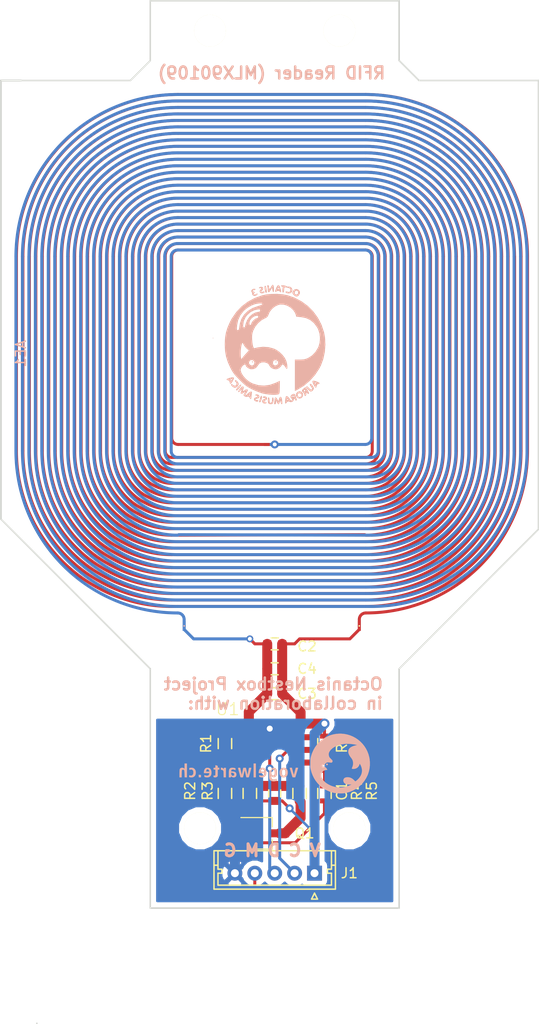
<source format=kicad_pcb>
(kicad_pcb (version 20170123) (host pcbnew "(2017-06-12 revision 19d5cc754)-master")

  (general
    (links 29)
    (no_connects 0)
    (area 129.899999 26.2425 184.4925 130.631001)
    (thickness 1.6)
    (drawings 27)
    (tracks 87)
    (zones 0)
    (modules 21)
    (nets 12)
  )

  (page A4)
  (layers
    (0 F.Cu signal)
    (31 B.Cu signal)
    (32 B.Adhes user)
    (33 F.Adhes user)
    (34 B.Paste user)
    (35 F.Paste user)
    (36 B.SilkS user)
    (37 F.SilkS user)
    (38 B.Mask user)
    (39 F.Mask user)
    (40 Dwgs.User user)
    (41 Cmts.User user)
    (42 Eco1.User user)
    (43 Eco2.User user)
    (44 Edge.Cuts user)
    (45 Margin user)
    (46 B.CrtYd user)
    (47 F.CrtYd user)
    (48 B.Fab user)
    (49 F.Fab user hide)
  )

  (setup
    (last_trace_width 1)
    (user_trace_width 1)
    (trace_clearance 0.2)
    (zone_clearance 0.508)
    (zone_45_only no)
    (trace_min 0.2)
    (segment_width 0.2)
    (edge_width 0.15)
    (via_size 0.8)
    (via_drill 0.4)
    (via_min_size 0.4)
    (via_min_drill 0.3)
    (uvia_size 0.3)
    (uvia_drill 0.1)
    (uvias_allowed no)
    (uvia_min_size 0.2)
    (uvia_min_drill 0.1)
    (pcb_text_width 0.3)
    (pcb_text_size 1.5 1.5)
    (mod_edge_width 0.15)
    (mod_text_size 1 1)
    (mod_text_width 0.15)
    (pad_size 1.524 1.524)
    (pad_drill 0.762)
    (pad_to_mask_clearance 0.2)
    (aux_axis_origin 0 0)
    (grid_origin 130 119)
    (visible_elements FFFFFF7F)
    (pcbplotparams
      (layerselection 0x010f0_ffffffff)
      (usegerberextensions true)
      (excludeedgelayer true)
      (linewidth 0.100000)
      (plotframeref false)
      (viasonmask false)
      (mode 1)
      (useauxorigin false)
      (hpglpennumber 1)
      (hpglpenspeed 20)
      (hpglpendiameter 15)
      (psnegative false)
      (psa4output false)
      (plotreference true)
      (plotvalue false)
      (plotinvisibletext false)
      (padsonsilk false)
      (subtractmaskfromsilk false)
      (outputformat 1)
      (mirror false)
      (drillshape 0)
      (scaleselection 1)
      (outputdirectory Gerber/))
  )

  (net 0 "")
  (net 1 GND)
  (net 2 RFID_MODU_N)
  (net 3 /RFID_VDD)
  (net 4 /RFID_MODE)
  (net 5 /RFID_DATA)
  (net 6 /RFID_CLOCK)
  (net 7 /RFID_SPEED)
  (net 8 /RFID_ANT)
  (net 9 "Net-(AE1-Pad2)")
  (net 10 "Net-(C1-Pad1)")
  (net 11 "Net-(Q1-Pad3)")

  (net_class Default "Dies ist die voreingestellte Netzklasse."
    (clearance 0.2)
    (trace_width 0.25)
    (via_dia 0.8)
    (via_drill 0.4)
    (uvia_dia 0.3)
    (uvia_drill 0.1)
    (add_net /RFID_ANT)
    (add_net /RFID_CLOCK)
    (add_net /RFID_DATA)
    (add_net /RFID_MODE)
    (add_net /RFID_SPEED)
    (add_net /RFID_VDD)
    (add_net GND)
    (add_net "Net-(AE1-Pad2)")
    (add_net "Net-(C1-Pad1)")
    (add_net "Net-(Q1-Pad3)")
    (add_net RFID_MODU_N)
  )

  (net_class Antenna ""
    (clearance 0.2)
    (trace_width 1)
    (via_dia 0.8)
    (via_drill 0.4)
    (uvia_dia 0.3)
    (uvia_drill 0.1)
  )

  (module Octanis3:VogelwarteLogo3 (layer B.Cu) (tedit 0) (tstamp 5AFDA6A5)
    (at 157.5 104.5 180)
    (fp_text reference G*** (at 0 0 180) (layer B.SilkS) hide
      (effects (font (thickness 0.3)) (justify mirror))
    )
    (fp_text value LOGO (at 0.75 0 180) (layer B.SilkS) hide
      (effects (font (thickness 0.3)) (justify mirror))
    )
    (fp_poly (pts (xy -5.203641 -0.014986) (xy -5.173141 -0.044713) (xy -5.164667 -0.078522) (xy -5.177962 -0.129042)
      (xy -5.21137 -0.160626) (xy -5.255175 -0.170376) (xy -5.299659 -0.155392) (xy -5.327091 -0.127)
      (xy -5.345007 -0.093858) (xy -5.342109 -0.067799) (xy -5.327091 -0.042333) (xy -5.291121 -0.011455)
      (xy -5.246469 -0.00312) (xy -5.203641 -0.014986)) (layer B.SilkS) (width 0.01))
    (fp_poly (pts (xy 9.059333 -0.274701) (xy 9.059553 -0.376252) (xy 9.060517 -0.448003) (xy 9.062676 -0.494015)
      (xy 9.066484 -0.518355) (xy 9.072395 -0.525084) (xy 9.080861 -0.518268) (xy 9.085761 -0.511671)
      (xy 9.137746 -0.464527) (xy 9.209928 -0.434149) (xy 9.292272 -0.422044) (xy 9.374739 -0.429721)
      (xy 9.445551 -0.457613) (xy 9.481445 -0.482653) (xy 9.509558 -0.511717) (xy 9.530821 -0.549052)
      (xy 9.546165 -0.598905) (xy 9.55652 -0.665523) (xy 9.562817 -0.753155) (xy 9.565986 -0.866046)
      (xy 9.566958 -1.008445) (xy 9.566961 -1.011766) (xy 9.567333 -1.388533) (xy 9.35021 -1.388533)
      (xy 9.344384 -1.045633) (xy 9.341108 -0.907705) (xy 9.33645 -0.801903) (xy 9.330286 -0.726505)
      (xy 9.322493 -0.679795) (xy 9.31699 -0.664833) (xy 9.27805 -0.626516) (xy 9.224983 -0.611347)
      (xy 9.168041 -0.618964) (xy 9.117477 -0.649009) (xy 9.097647 -0.672545) (xy 9.08693 -0.693514)
      (xy 9.078659 -0.722799) (xy 9.072335 -0.7653) (xy 9.067461 -0.825917) (xy 9.063537 -0.909552)
      (xy 9.060065 -1.021105) (xy 9.059333 -1.049043) (xy 9.050867 -1.380066) (xy 8.822267 -1.39008)
      (xy 8.822267 0) (xy 9.059333 0) (xy 9.059333 -0.274701)) (layer B.SilkS) (width 0.01))
    (fp_poly (pts (xy 7.633458 -1.256509) (xy 7.628467 -1.380066) (xy 7.522414 -1.385113) (xy 7.45882 -1.385864)
      (xy 7.422457 -1.3799) (xy 7.407199 -1.366284) (xy 7.403049 -1.337145) (xy 7.401876 -1.286753)
      (xy 7.403185 -1.242703) (xy 7.408333 -1.142999) (xy 7.638449 -1.132951) (xy 7.633458 -1.256509)) (layer B.SilkS) (width 0.01))
    (fp_poly (pts (xy 5.401733 -0.533722) (xy 5.401106 -0.592761) (xy 5.397388 -0.624864) (xy 5.387822 -0.63696)
      (xy 5.369651 -0.635976) (xy 5.361805 -0.63409) (xy 5.307743 -0.635106) (xy 5.247176 -0.657292)
      (xy 5.19359 -0.69448) (xy 5.170217 -0.721706) (xy 5.158891 -0.743145) (xy 5.150385 -0.77155)
      (xy 5.14416 -0.812141) (xy 5.139679 -0.870136) (xy 5.136403 -0.950756) (xy 5.133795 -1.059219)
      (xy 5.133418 -1.07872) (xy 5.12757 -1.388533) (xy 4.910666 -1.388533) (xy 4.907374 -0.965199)
      (xy 4.906424 -0.845692) (xy 4.905505 -0.734753) (xy 4.904663 -0.637739) (xy 4.903946 -0.560001)
      (xy 4.903401 -0.506893) (xy 4.903141 -0.486833) (xy 4.9022 -0.431799) (xy 5.1054 -0.431799)
      (xy 5.110458 -0.500714) (xy 5.115515 -0.569628) (xy 5.188663 -0.49648) (xy 5.234566 -0.454092)
      (xy 5.271148 -0.431951) (xy 5.310357 -0.423948) (xy 5.331772 -0.423333) (xy 5.401733 -0.423333)
      (xy 5.401733 -0.533722)) (layer B.SilkS) (width 0.01))
    (fp_poly (pts (xy 3.649177 -0.426607) (xy 3.669498 -0.440059) (xy 3.674595 -0.469275) (xy 3.666579 -0.519353)
      (xy 3.647561 -0.59539) (xy 3.638522 -0.62974) (xy 3.613713 -0.723823) (xy 3.586182 -0.827804)
      (xy 3.557426 -0.936071) (xy 3.528942 -1.043015) (xy 3.502229 -1.143023) (xy 3.478785 -1.230486)
      (xy 3.460106 -1.299791) (xy 3.447692 -1.345329) (xy 3.443876 -1.3589) (xy 3.433917 -1.374544)
      (xy 3.410611 -1.383612) (xy 3.366683 -1.387723) (xy 3.310842 -1.388533) (xy 3.186501 -1.388533)
      (xy 3.15277 -1.240366) (xy 3.134799 -1.161393) (xy 3.112483 -1.063273) (xy 3.088977 -0.959885)
      (xy 3.071965 -0.885031) (xy 3.053529 -0.807647) (xy 3.036946 -0.744923) (xy 3.023898 -0.702753)
      (xy 3.016068 -0.687029) (xy 3.015517 -0.687237) (xy 3.009164 -0.705875) (xy 2.996803 -0.752543)
      (xy 2.979669 -0.82219) (xy 2.958997 -0.909764) (xy 2.936021 -1.010212) (xy 2.929705 -1.038339)
      (xy 2.853267 -1.380066) (xy 2.73194 -1.385012) (xy 2.671129 -1.385463) (xy 2.624623 -1.382018)
      (xy 2.601755 -1.375413) (xy 2.601191 -1.374713) (xy 2.59374 -1.353589) (xy 2.579241 -1.304908)
      (xy 2.559095 -1.233912) (xy 2.534703 -1.14584) (xy 2.507463 -1.045932) (xy 2.478776 -0.939429)
      (xy 2.450042 -0.831571) (xy 2.422662 -0.727599) (xy 2.398035 -0.632751) (xy 2.377562 -0.552269)
      (xy 2.362643 -0.491393) (xy 2.354677 -0.455363) (xy 2.353733 -0.44855) (xy 2.359165 -0.434287)
      (xy 2.380021 -0.426991) (xy 2.423138 -0.425361) (xy 2.467942 -0.426792) (xy 2.58215 -0.431799)
      (xy 2.635723 -0.685799) (xy 2.656312 -0.783689) (xy 2.676174 -0.878606) (xy 2.693431 -0.961544)
      (xy 2.706205 -1.023498) (xy 2.70926 -1.038509) (xy 2.720869 -1.089401) (xy 2.730948 -1.122317)
      (xy 2.736476 -1.129968) (xy 2.742154 -1.111899) (xy 2.753605 -1.06597) (xy 2.769599 -0.997456)
      (xy 2.788905 -0.911629) (xy 2.810294 -0.813766) (xy 2.810863 -0.811125) (xy 2.832625 -0.710349)
      (xy 2.852466 -0.618893) (xy 2.869078 -0.542748) (xy 2.881154 -0.487907) (xy 2.887299 -0.46073)
      (xy 2.894106 -0.441248) (xy 2.907923 -0.430093) (xy 2.936282 -0.425444) (xy 2.986716 -0.425479)
      (xy 3.027332 -0.426863) (xy 3.158067 -0.431799) (xy 3.233991 -0.79246) (xy 3.256308 -0.896562)
      (xy 3.276545 -0.987349) (xy 3.293642 -1.060352) (xy 3.306537 -1.111105) (xy 3.31417 -1.135141)
      (xy 3.315598 -1.13607) (xy 3.320612 -1.115004) (xy 3.331345 -1.065972) (xy 3.346687 -0.994183)
      (xy 3.365529 -0.904842) (xy 3.38676 -0.803155) (xy 3.392519 -0.77541) (xy 3.463755 -0.431799)
      (xy 3.554426 -0.426604) (xy 3.611523 -0.423821) (xy 3.649177 -0.426607)) (layer B.SilkS) (width 0.01))
    (fp_poly (pts (xy 2.116667 -1.388533) (xy 1.896533 -1.388533) (xy 1.896533 0) (xy 2.116667 0)
      (xy 2.116667 -1.388533)) (layer B.SilkS) (width 0.01))
    (fp_poly (pts (xy -2.092444 -0.512233) (xy -2.079218 -0.560084) (xy -2.059622 -0.632425) (xy -2.035877 -0.720987)
      (xy -2.010207 -0.8175) (xy -1.998231 -0.862796) (xy -1.974429 -0.951877) (xy -1.953316 -1.028799)
      (xy -1.936495 -1.087881) (xy -1.92557 -1.12344) (xy -1.922439 -1.131205) (xy -1.914671 -1.120741)
      (xy -1.902716 -1.086509) (xy -1.89652 -1.064275) (xy -1.884639 -1.019199) (xy -1.866396 -0.95068)
      (xy -1.844262 -0.86797) (xy -1.820707 -0.78032) (xy -1.820334 -0.778933) (xy -1.796834 -0.691497)
      (xy -1.774774 -0.609065) (xy -1.7566 -0.540807) (xy -1.744761 -0.495892) (xy -1.744607 -0.495299)
      (xy -1.725895 -0.423333) (xy -1.616481 -0.423333) (xy -1.560616 -0.425456) (xy -1.521186 -0.431009)
      (xy -1.507067 -0.438379) (xy -1.511634 -0.457805) (xy -1.52542 -0.506759) (xy -1.548553 -0.585671)
      (xy -1.581161 -0.694968) (xy -1.623372 -0.835079) (xy -1.675316 -1.00643) (xy -1.737118 -1.209452)
      (xy -1.776265 -1.337733) (xy -1.784869 -1.3588) (xy -1.799896 -1.371794) (xy -1.828893 -1.379091)
      (xy -1.879405 -1.383071) (xy -1.926178 -1.384962) (xy -1.995179 -1.386523) (xy -2.037533 -1.384322)
      (xy -2.060366 -1.377121) (xy -2.070805 -1.363679) (xy -2.072205 -1.359562) (xy -2.07944 -1.335566)
      (xy -2.09489 -1.284481) (xy -2.116943 -1.211629) (xy -2.143987 -1.12233) (xy -2.174408 -1.021905)
      (xy -2.206595 -0.915676) (xy -2.238935 -0.808962) (xy -2.269815 -0.707086) (xy -2.297625 -0.615367)
      (xy -2.32075 -0.539128) (xy -2.337579 -0.483688) (xy -2.346499 -0.454369) (xy -2.346929 -0.452966)
      (xy -2.348066 -0.437445) (xy -2.335257 -0.428497) (xy -2.302012 -0.424376) (xy -2.241837 -0.423336)
      (xy -2.236814 -0.423333) (xy -2.117613 -0.423333) (xy -2.092444 -0.512233)) (layer B.SilkS) (width 0.01))
    (fp_poly (pts (xy 8.426794 -0.424409) (xy 8.495734 -0.431805) (xy 8.548845 -0.445292) (xy 8.578014 -0.464344)
      (xy 8.58008 -0.468282) (xy 8.583201 -0.498557) (xy 8.580344 -0.546605) (xy 8.57792 -0.565251)
      (xy 8.566858 -0.63902) (xy 8.495596 -0.614388) (xy 8.40413 -0.59744) (xy 8.320951 -0.610402)
      (xy 8.251044 -0.651559) (xy 8.201264 -0.715592) (xy 8.180346 -0.779023) (xy 8.170565 -0.860557)
      (xy 8.171786 -0.947446) (xy 8.183877 -1.026942) (xy 8.205115 -1.083675) (xy 8.265428 -1.157676)
      (xy 8.340032 -1.202717) (xy 8.424428 -1.217222) (xy 8.514121 -1.199614) (xy 8.524327 -1.195562)
      (xy 8.5809 -1.171924) (xy 8.591008 -1.257269) (xy 8.595345 -1.308691) (xy 8.595245 -1.345627)
      (xy 8.593069 -1.355633) (xy 8.579089 -1.364233) (xy 8.544904 -1.373236) (xy 8.485995 -1.383585)
      (xy 8.398933 -1.396072) (xy 8.355991 -1.396741) (xy 8.299081 -1.391557) (xy 8.278757 -1.388473)
      (xy 8.183593 -1.362887) (xy 8.10567 -1.318293) (xy 8.038783 -1.255171) (xy 7.981157 -1.168158)
      (xy 7.942988 -1.060716) (xy 7.925541 -0.940983) (xy 7.930078 -0.817095) (xy 7.953957 -0.708911)
      (xy 7.993907 -0.62498) (xy 8.054172 -0.547143) (xy 8.12626 -0.484317) (xy 8.201679 -0.445421)
      (xy 8.206164 -0.444031) (xy 8.273895 -0.429996) (xy 8.350143 -0.423631) (xy 8.426794 -0.424409)) (layer B.SilkS) (width 0.01))
    (fp_poly (pts (xy 6.845033 -0.431633) (xy 6.880608 -0.439345) (xy 6.956328 -0.481399) (xy 7.020258 -0.550727)
      (xy 7.069468 -0.641915) (xy 7.101025 -0.749549) (xy 7.112 -0.866673) (xy 7.112 -0.965199)
      (xy 6.841066 -0.965199) (xy 6.73974 -0.965404) (xy 6.66741 -0.966418) (xy 6.619204 -0.968846)
      (xy 6.590251 -0.973289) (xy 6.575683 -0.98035) (xy 6.570627 -0.990632) (xy 6.570133 -0.998723)
      (xy 6.581337 -1.058934) (xy 6.609936 -1.121748) (xy 6.648411 -1.17282) (xy 6.670607 -1.190441)
      (xy 6.731463 -1.211531) (xy 6.81058 -1.218759) (xy 6.895405 -1.212307) (xy 6.973381 -1.19236)
      (xy 6.989233 -1.185789) (xy 7.0612 -1.153122) (xy 7.0612 -1.218642) (xy 7.063591 -1.268004)
      (xy 7.069478 -1.305102) (xy 7.07081 -1.309207) (xy 7.063266 -1.330651) (xy 7.028835 -1.351148)
      (xy 6.974495 -1.369248) (xy 6.907221 -1.383497) (xy 6.83399 -1.392445) (xy 6.761779 -1.394639)
      (xy 6.697565 -1.388628) (xy 6.693191 -1.387791) (xy 6.576378 -1.350543) (xy 6.484104 -1.290278)
      (xy 6.41623 -1.206784) (xy 6.372619 -1.09985) (xy 6.35313 -0.969266) (xy 6.353408 -0.870153)
      (xy 6.366923 -0.77362) (xy 6.569329 -0.77362) (xy 6.578612 -0.796776) (xy 6.611921 -0.808368)
      (xy 6.672909 -0.812376) (xy 6.733164 -0.812799) (xy 6.896195 -0.812799) (xy 6.884708 -0.740833)
      (xy 6.861353 -0.657459) (xy 6.822515 -0.603916) (xy 6.779208 -0.582036) (xy 6.712899 -0.579677)
      (xy 6.657256 -0.609017) (xy 6.611428 -0.670526) (xy 6.608233 -0.676706) (xy 6.58042 -0.734923)
      (xy 6.569329 -0.77362) (xy 6.366923 -0.77362) (xy 6.372508 -0.733733) (xy 6.41359 -0.620509)
      (xy 6.475562 -0.531829) (xy 6.557332 -0.469042) (xy 6.657807 -0.433495) (xy 6.71274 -0.426481)
      (xy 6.780932 -0.425925) (xy 6.845033 -0.431633)) (layer B.SilkS) (width 0.01))
    (fp_poly (pts (xy 5.953922 -0.185001) (xy 5.958417 -0.225996) (xy 5.960483 -0.284286) (xy 5.960533 -0.295448)
      (xy 5.960533 -0.421563) (xy 6.138333 -0.431799) (xy 6.138333 -0.601133) (xy 5.960533 -0.611369)
      (xy 5.960533 -0.897755) (xy 5.960725 -1.002559) (xy 5.9617 -1.078582) (xy 5.964061 -1.130907)
      (xy 5.96841 -1.164619) (xy 5.975348 -1.184803) (xy 5.985477 -1.196543) (xy 5.996722 -1.203509)
      (xy 6.038723 -1.214442) (xy 6.089325 -1.213721) (xy 6.089856 -1.213636) (xy 6.1468 -1.204395)
      (xy 6.1468 -1.278935) (xy 6.141774 -1.333851) (xy 6.125078 -1.363547) (xy 6.117166 -1.368775)
      (xy 6.052121 -1.388908) (xy 5.972003 -1.394617) (xy 5.899764 -1.386217) (xy 5.833474 -1.359083)
      (xy 5.781231 -1.319273) (xy 5.731933 -1.267859) (xy 5.726694 -0.938729) (xy 5.721454 -0.609599)
      (xy 5.571066 -0.609599) (xy 5.571066 -0.423333) (xy 5.721776 -0.423333) (xy 5.726855 -0.328218)
      (xy 5.731933 -0.233103) (xy 5.833533 -0.201467) (xy 5.88854 -0.18489) (xy 5.930224 -0.173344)
      (xy 5.947833 -0.169582) (xy 5.953922 -0.185001)) (layer B.SilkS) (width 0.01))
    (fp_poly (pts (xy 4.340385 -0.428647) (xy 4.418825 -0.446276) (xy 4.479583 -0.478751) (xy 4.524715 -0.522136)
      (xy 4.550793 -0.559891) (xy 4.570942 -0.606547) (xy 4.585819 -0.666515) (xy 4.59608 -0.744209)
      (xy 4.602381 -0.844038) (xy 4.605379 -0.970416) (xy 4.605866 -1.067633) (xy 4.605866 -1.388533)
      (xy 4.506078 -1.388533) (xy 4.442966 -1.385485) (xy 4.406498 -1.372913) (xy 4.389733 -1.345671)
      (xy 4.385733 -1.299313) (xy 4.384057 -1.277671) (xy 4.374234 -1.276799) (xy 4.349069 -1.297901)
      (xy 4.339166 -1.307096) (xy 4.2526 -1.36723) (xy 4.157603 -1.39517) (xy 4.056835 -1.390171)
      (xy 4.049146 -1.388454) (xy 3.961521 -1.352987) (xy 3.898074 -1.294251) (xy 3.859678 -1.213548)
      (xy 3.847206 -1.112182) (xy 3.84779 -1.093922) (xy 4.064 -1.093922) (xy 4.069095 -1.147247)
      (xy 4.088588 -1.182835) (xy 4.108617 -1.201037) (xy 4.169643 -1.230101) (xy 4.237836 -1.233738)
      (xy 4.285071 -1.218698) (xy 4.32699 -1.178134) (xy 4.358766 -1.108788) (xy 4.378583 -1.014706)
      (xy 4.379279 -1.008991) (xy 4.384187 -0.959435) (xy 4.38093 -0.929308) (xy 4.36379 -0.915596)
      (xy 4.327046 -0.915286) (xy 4.264979 -0.925363) (xy 4.232292 -0.93153) (xy 4.149618 -0.955819)
      (xy 4.096195 -0.993334) (xy 4.069019 -1.046973) (xy 4.064 -1.093922) (xy 3.84779 -1.093922)
      (xy 3.847975 -1.088149) (xy 3.86437 -0.993986) (xy 3.903071 -0.920029) (xy 3.966022 -0.864828)
      (xy 4.055165 -0.826934) (xy 4.172443 -0.804897) (xy 4.234409 -0.799797) (xy 4.38859 -0.791006)
      (xy 4.377324 -0.729936) (xy 4.359571 -0.676931) (xy 4.332039 -0.632341) (xy 4.33061 -0.630766)
      (xy 4.283652 -0.602738) (xy 4.21652 -0.591147) (xy 4.138636 -0.595964) (xy 4.059421 -0.617159)
      (xy 4.026504 -0.6317) (xy 3.949402 -0.670734) (xy 3.939477 -0.586927) (xy 3.935212 -0.535987)
      (xy 3.93541 -0.499615) (xy 3.937528 -0.490211) (xy 3.965071 -0.470681) (xy 4.017924 -0.452321)
      (xy 4.087537 -0.437041) (xy 4.165363 -0.426751) (xy 4.236894 -0.423333) (xy 4.340385 -0.428647)) (layer B.SilkS) (width 0.01))
    (fp_poly (pts (xy 1.33667 -0.436569) (xy 1.427676 -0.474206) (xy 1.498283 -0.533137) (xy 1.515906 -0.556618)
      (xy 1.551034 -0.626506) (xy 1.580846 -0.715866) (xy 1.601375 -0.810332) (xy 1.608667 -0.892557)
      (xy 1.608667 -0.965199) (xy 1.0668 -0.965199) (xy 1.0668 -1.01684) (xy 1.081064 -1.090881)
      (xy 1.119459 -1.154822) (xy 1.167846 -1.193513) (xy 1.230959 -1.212719) (xy 1.31098 -1.218901)
      (xy 1.393674 -1.212335) (xy 1.464803 -1.193298) (xy 1.477426 -1.187495) (xy 1.518096 -1.169769)
      (xy 1.544847 -1.163662) (xy 1.54874 -1.164917) (xy 1.554138 -1.185877) (xy 1.557413 -1.228601)
      (xy 1.557867 -1.253834) (xy 1.555553 -1.303997) (xy 1.545042 -1.331805) (xy 1.520976 -1.348647)
      (xy 1.5113 -1.352858) (xy 1.476507 -1.363608) (xy 1.423533 -1.376223) (xy 1.363438 -1.388534)
      (xy 1.307286 -1.398371) (xy 1.266137 -1.403565) (xy 1.253067 -1.403513) (xy 1.232641 -1.399423)
      (xy 1.191564 -1.391271) (xy 1.173927 -1.387781) (xy 1.081016 -1.360036) (xy 1.004307 -1.313394)
      (xy 0.943672 -1.255122) (xy 0.892332 -1.184665) (xy 0.859502 -1.104037) (xy 0.842923 -1.005643)
      (xy 0.839876 -0.905933) (xy 0.853063 -0.768792) (xy 1.0668 -0.768792) (xy 1.0668 -0.812799)
      (xy 1.376004 -0.812799) (xy 1.367001 -0.732925) (xy 1.348074 -0.66515) (xy 1.311841 -0.611895)
      (xy 1.264609 -0.580723) (xy 1.235986 -0.575733) (xy 1.172097 -0.591345) (xy 1.118332 -0.633306)
      (xy 1.081099 -0.694303) (xy 1.066808 -0.767021) (xy 1.0668 -0.768792) (xy 0.853063 -0.768792)
      (xy 0.853615 -0.763062) (xy 0.891315 -0.643905) (xy 0.953104 -0.548112) (xy 0.983743 -0.517027)
      (xy 1.046251 -0.46682) (xy 1.104331 -0.438023) (xy 1.171899 -0.425382) (xy 1.231889 -0.423333)
      (xy 1.33667 -0.436569)) (layer B.SilkS) (width 0.01))
    (fp_poly (pts (xy -0.835828 -0.426859) (xy -0.754385 -0.441677) (xy -0.731823 -0.449631) (xy -0.640595 -0.505376)
      (xy -0.569063 -0.586455) (xy -0.518564 -0.689745) (xy -0.490439 -0.812118) (xy -0.486026 -0.950451)
      (xy -0.491357 -1.01085) (xy -0.517957 -1.129185) (xy -0.565165 -1.2295) (xy -0.629994 -1.307923)
      (xy -0.709459 -1.360583) (xy -0.776699 -1.380815) (xy -0.849298 -1.391879) (xy -0.899971 -1.396917)
      (xy -0.94005 -1.396301) (xy -0.980866 -1.390404) (xy -0.99354 -1.387943) (xy -1.102614 -1.35277)
      (xy -1.188459 -1.294844) (xy -1.251992 -1.212953) (xy -1.294131 -1.105883) (xy -1.315796 -0.97242)
      (xy -1.316643 -0.96099) (xy -1.315988 -0.914399) (xy -1.07329 -0.914399) (xy -1.068872 -1.018915)
      (xy -1.054921 -1.096328) (xy -1.028187 -1.152813) (xy -0.985416 -1.194549) (xy -0.923356 -1.22771)
      (xy -0.904227 -1.23547) (xy -0.888996 -1.231033) (xy -0.854477 -1.219384) (xy -0.852559 -1.218716)
      (xy -0.798734 -1.184276) (xy -0.760839 -1.123127) (xy -0.738072 -1.033629) (xy -0.731728 -0.972075)
      (xy -0.730505 -0.838234) (xy -0.745765 -0.733102) (xy -0.777387 -0.656959) (xy -0.825251 -0.610088)
      (xy -0.889234 -0.592767) (xy -0.895204 -0.592666) (xy -0.96162 -0.602945) (xy -1.011335 -0.635341)
      (xy -1.045645 -0.692195) (xy -1.065846 -0.775848) (xy -1.073233 -0.888639) (xy -1.07329 -0.914399)
      (xy -1.315988 -0.914399) (xy -1.314681 -0.821544) (xy -1.289766 -0.697799) (xy -1.243405 -0.59317)
      (xy -1.177108 -0.511073) (xy -1.093398 -0.455384) (xy -1.019875 -0.433944) (xy -0.929171 -0.424358)
      (xy -0.835828 -0.426859)) (layer B.SilkS) (width 0.01))
    (fp_poly (pts (xy 0.179014 -0.43169) (xy 0.256811 -0.462397) (xy 0.312639 -0.51853) (xy 0.322795 -0.535772)
      (xy 0.347133 -0.581635) (xy 0.364067 -0.431799) (xy 0.567267 -0.431799) (xy 0.566513 -0.931333)
      (xy 0.565803 -1.094288) (xy 0.563812 -1.227378) (xy 0.559934 -1.334598) (xy 0.553567 -1.419943)
      (xy 0.544104 -1.487406) (xy 0.530943 -1.540983) (xy 0.513479 -1.584668) (xy 0.491107 -1.622457)
      (xy 0.463223 -1.658344) (xy 0.45511 -1.667726) (xy 0.384225 -1.724551) (xy 0.289634 -1.764468)
      (xy 0.177773 -1.786012) (xy 0.055077 -1.787717) (xy -0.02727 -1.777523) (xy -0.109119 -1.761201)
      (xy -0.162265 -1.74357) (xy -0.191608 -1.719077) (xy -0.202044 -1.682163) (xy -0.198471 -1.627273)
      (xy -0.192709 -1.589825) (xy -0.18259 -1.52865) (xy -0.095529 -1.562375) (xy -0.006239 -1.587181)
      (xy 0.086383 -1.596469) (xy 0.170954 -1.589959) (xy 0.230734 -1.570383) (xy 0.2809 -1.525669)
      (xy 0.31712 -1.455872) (xy 0.336356 -1.367971) (xy 0.338667 -1.322449) (xy 0.338667 -1.240117)
      (xy 0.275167 -1.303329) (xy 0.199873 -1.357213) (xy 0.116728 -1.38111) (xy 0.031033 -1.376241)
      (xy -0.05191 -1.343827) (xy -0.1268 -1.285089) (xy -0.188335 -1.201248) (xy -0.191243 -1.195903)
      (xy -0.207246 -1.162141) (xy -0.21796 -1.126717) (xy -0.224407 -1.081936) (xy -0.227607 -1.020101)
      (xy -0.228582 -0.933519) (xy -0.2286 -0.914399) (xy -0.228397 -0.883641) (xy 0.000896 -0.883641)
      (xy 0.003551 -0.974551) (xy 0.013517 -1.052726) (xy 0.018127 -1.072132) (xy 0.038444 -1.12352)
      (xy 0.064854 -1.165197) (xy 0.068833 -1.169499) (xy 0.117029 -1.196001) (xy 0.17756 -1.200252)
      (xy 0.237269 -1.182296) (xy 0.258062 -1.168839) (xy 0.293812 -1.122315) (xy 0.319982 -1.051675)
      (xy 0.335337 -0.965626) (xy 0.338637 -0.872875) (xy 0.328646 -0.78213) (xy 0.318752 -0.741794)
      (xy 0.289536 -0.681724) (xy 0.245121 -0.631433) (xy 0.194541 -0.599507) (xy 0.161851 -0.592666)
      (xy 0.108524 -0.608003) (xy 0.05957 -0.648344) (xy 0.024279 -0.705187) (xy 0.017611 -0.72467)
      (xy 0.005575 -0.79526) (xy 0.000896 -0.883641) (xy -0.228397 -0.883641) (xy -0.227997 -0.823168)
      (xy -0.22537 -0.757321) (xy -0.21949 -0.708388) (xy -0.209131 -0.667895) (xy -0.193063 -0.627371)
      (xy -0.184207 -0.608067) (xy -0.134406 -0.523651) (xy -0.074654 -0.468197) (xy 0.001944 -0.436941)
      (xy 0.078845 -0.426228) (xy 0.179014 -0.43169)) (layer B.SilkS) (width 0.01))
    (fp_poly (pts (xy -6.4516 2.991784) (xy -6.159078 2.967661) (xy -5.884474 2.919347) (xy -5.620627 2.845408)
      (xy -5.496028 2.800521) (xy -5.207417 2.67144) (xy -4.936251 2.514542) (xy -4.684338 2.331713)
      (xy -4.453489 2.124841) (xy -4.245513 1.89581) (xy -4.062218 1.646509) (xy -3.905415 1.378824)
      (xy -3.776912 1.094641) (xy -3.726717 0.955644) (xy -3.682236 0.817228) (xy -3.647767 0.696356)
      (xy -3.622082 0.58497) (xy -3.603953 0.475013) (xy -3.59215 0.358427) (xy -3.585445 0.227155)
      (xy -3.582609 0.073139) (xy -3.582294 0.008467) (xy -3.582369 -0.123859) (xy -3.583565 -0.228975)
      (xy -3.586315 -0.313532) (xy -3.591054 -0.384179) (xy -3.598217 -0.447568) (xy -3.608239 -0.510347)
      (xy -3.620283 -0.572918) (xy -3.700315 -0.885777) (xy -3.809733 -1.1832) (xy -3.947068 -1.463715)
      (xy -4.110854 -1.72585) (xy -4.299623 -1.968134) (xy -4.511906 -2.189094) (xy -4.746235 -2.387259)
      (xy -5.001144 -2.561156) (xy -5.275164 -2.709315) (xy -5.566826 -2.830263) (xy -5.874665 -2.922528)
      (xy -5.989358 -2.948478) (xy -6.072002 -2.961491) (xy -6.1805 -2.972555) (xy -6.306884 -2.981412)
      (xy -6.443183 -2.987804) (xy -6.581428 -2.991472) (xy -6.71365 -2.992157) (xy -6.831877 -2.989601)
      (xy -6.928142 -2.983544) (xy -6.9596 -2.979964) (xy -7.269802 -2.921057) (xy -7.568977 -2.831083)
      (xy -7.855136 -2.711614) (xy -8.126292 -2.564222) (xy -8.380456 -2.390478) (xy -8.615639 -2.191954)
      (xy -8.829855 -1.970222) (xy -9.021113 -1.726854) (xy -9.187427 -1.46342) (xy -9.326808 -1.181494)
      (xy -9.370654 -1.074105) (xy -9.463906 -0.786566) (xy -9.479837 -0.711199) (xy -8.771467 -0.711199)
      (xy -8.754708 -0.897124) (xy -8.704936 -1.078749) (xy -8.62291 -1.254315) (xy -8.509388 -1.422068)
      (xy -8.42021 -1.524882) (xy -8.354946 -1.590759) (xy -8.287204 -1.654196) (xy -8.226016 -1.706979)
      (xy -8.18885 -1.735328) (xy -8.097081 -1.798532) (xy -7.964374 -1.665233) (xy -7.84256 -1.555904)
      (xy -7.721789 -1.475506) (xy -7.595321 -1.42001) (xy -7.516824 -1.397673) (xy -7.383435 -1.377038)
      (xy -7.254531 -1.377392) (xy -7.137345 -1.397918) (xy -7.03911 -1.437799) (xy -7.0127 -1.454628)
      (xy -6.962951 -1.506015) (xy -6.921877 -1.577062) (xy -6.896555 -1.653601) (xy -6.891867 -1.69655)
      (xy -6.905154 -1.788074) (xy -6.940854 -1.879428) (xy -6.992721 -1.954945) (xy -6.996418 -1.958844)
      (xy -7.07516 -2.018418) (xy -7.17987 -2.064388) (xy -7.304928 -2.095363) (xy -7.444714 -2.109956)
      (xy -7.593608 -2.106777) (xy -7.5946 -2.106695) (xy -7.65595 -2.102594) (xy -7.700443 -2.101593)
      (xy -7.720811 -2.103781) (xy -7.721054 -2.105162) (xy -7.698517 -2.118804) (xy -7.650786 -2.141214)
      (xy -7.584542 -2.169714) (xy -7.506464 -2.201626) (xy -7.423234 -2.234272) (xy -7.341531 -2.264974)
      (xy -7.268034 -2.291052) (xy -7.2136 -2.308604) (xy -7.031943 -2.35743) (xy -6.866442 -2.389695)
      (xy -6.706397 -2.406279) (xy -6.541104 -2.408067) (xy -6.359863 -2.395939) (xy -6.271155 -2.386284)
      (xy -6.053857 -2.349104) (xy -5.839356 -2.290894) (xy -5.631551 -2.213932) (xy -5.434338 -2.120501)
      (xy -5.251612 -2.01288) (xy -5.087272 -1.893351) (xy -4.945213 -1.764194) (xy -4.829333 -1.627689)
      (xy -4.747709 -1.494619) (xy -4.717492 -1.432274) (xy -4.698332 -1.384123) (xy -4.687719 -1.338653)
      (xy -4.683138 -1.28435) (xy -4.682078 -1.209699) (xy -4.682067 -1.193799) (xy -4.683079 -1.111748)
      (xy -4.687391 -1.052853) (xy -4.696913 -1.006433) (xy -4.713554 -0.961805) (xy -4.72971 -0.927445)
      (xy -4.799726 -0.821486) (xy -4.893106 -0.739144) (xy -5.007645 -0.681827) (xy -5.141142 -0.650939)
      (xy -5.166993 -0.648297) (xy -5.224719 -0.642546) (xy -5.266316 -0.636664) (xy -5.283162 -0.631882)
      (xy -5.2832 -0.631703) (xy -5.274768 -0.608421) (xy -5.253528 -0.567728) (xy -5.225567 -0.520322)
      (xy -5.19697 -0.476899) (xy -5.188735 -0.465666) (xy -5.116649 -0.396512) (xy -5.01727 -0.339704)
      (xy -4.895572 -0.297297) (xy -4.756529 -0.271348) (xy -4.707467 -0.266731) (xy -4.685411 -0.263675)
      (xy -4.681565 -0.257536) (xy -4.699213 -0.246369) (xy -4.741639 -0.228229) (xy -4.812126 -0.20117)
      (xy -4.828501 -0.195032) (xy -4.909321 -0.163834) (xy -4.964459 -0.139373) (xy -5.000415 -0.117827)
      (xy -5.023685 -0.095377) (xy -5.039201 -0.071152) (xy -5.09726 0.00664) (xy -5.174704 0.068261)
      (xy -5.253345 0.102776) (xy -5.293697 0.111004) (xy -5.341365 0.114606) (xy -5.402449 0.113399)
      (xy -5.483049 0.107202) (xy -5.589262 0.095832) (xy -5.62465 0.091669) (xy -5.681147 0.0865)
      (xy -5.716615 0.089869) (xy -5.743411 0.104637) (xy -5.76435 0.124011) (xy -5.796838 0.16918)
      (xy -5.807909 0.22527) (xy -5.808134 0.237719) (xy -5.806675 0.267811) (xy -5.799688 0.294218)
      (xy -5.783255 0.322522) (xy -5.753458 0.358301) (xy -5.70638 0.407138) (xy -5.650081 0.462856)
      (xy -5.584169 0.528462) (xy -5.537868 0.578025) (xy -5.506116 0.618701) (xy -5.483851 0.657646)
      (xy -5.46601 0.702015) (xy -5.453046 0.741388) (xy -5.425688 0.868746) (xy -5.427272 0.990244)
      (xy -5.458744 1.108996) (xy -5.521051 1.228113) (xy -5.61514 1.350706) (xy -5.650199 1.38915)
      (xy -5.805445 1.530257) (xy -5.988098 1.654483) (xy -6.195454 1.760454) (xy -6.424812 1.846792)
      (xy -6.673468 1.912123) (xy -6.6802 1.913536) (xy -6.931558 1.956013) (xy -7.182202 1.97751)
      (xy -7.438515 1.977974) (xy -7.706878 1.957351) (xy -7.993674 1.915588) (xy -8.068733 1.901889)
      (xy -8.3058 1.857022) (xy -8.162097 1.826009) (xy -7.957303 1.772504) (xy -7.784185 1.707172)
      (xy -7.642652 1.629928) (xy -7.532615 1.540687) (xy -7.453982 1.43936) (xy -7.406664 1.325862)
      (xy -7.390569 1.200108) (xy -7.398774 1.098687) (xy -7.433764 0.969543) (xy -7.498296 0.830179)
      (xy -7.590787 0.683727) (xy -7.645397 0.610882) (xy -7.712804 0.522675) (xy -7.762066 0.450511)
      (xy -7.798099 0.385629) (xy -7.825821 0.31927) (xy -7.848148 0.249594) (xy -7.876597 0.092252)
      (xy -7.873876 -0.07304) (xy -7.840399 -0.242004) (xy -7.786353 -0.389166) (xy -7.761267 -0.446868)
      (xy -7.749521 -0.481979) (xy -7.749904 -0.50249) (xy -7.761204 -0.516391) (xy -7.766449 -0.520399)
      (xy -7.800141 -0.532154) (xy -7.858365 -0.539711) (xy -7.918935 -0.541866) (xy -8.063181 -0.526334)
      (xy -8.194601 -0.481439) (xy -8.309724 -0.409735) (xy -8.40508 -0.313774) (xy -8.4772 -0.196109)
      (xy -8.51079 -0.106417) (xy -8.537684 -0.013904) (xy -8.579986 -0.076157) (xy -8.652204 -0.205152)
      (xy -8.710375 -0.354524) (xy -8.750934 -0.512449) (xy -8.770315 -0.667099) (xy -8.771467 -0.711199)
      (xy -9.479837 -0.711199) (xy -9.5272 -0.487141) (xy -9.560197 -0.180369) (xy -9.562559 0.129213)
      (xy -9.533945 0.437068) (xy -9.498381 0.635) (xy -9.41654 0.937107) (xy -9.305448 1.224447)
      (xy -9.166995 1.495556) (xy -9.003074 1.74897) (xy -8.815577 1.983227) (xy -8.606396 2.196862)
      (xy -8.377423 2.388413) (xy -8.13055 2.556414) (xy -7.86767 2.699404) (xy -7.590674 2.815918)
      (xy -7.301454 2.904492) (xy -7.001902 2.963664) (xy -6.693911 2.991969) (xy -6.4516 2.991784)) (layer B.SilkS) (width 0.01))
  )

  (module Octanis3:octanis3_logo (layer B.Cu) (tedit 0) (tstamp 5B0859AD)
    (at 157.5 62.5 180)
    (fp_text reference G*** (at 0 0 180) (layer B.SilkS) hide
      (effects (font (thickness 0.3)) (justify mirror))
    )
    (fp_text value LOGO (at 0.75 0 180) (layer B.SilkS) hide
      (effects (font (thickness 0.3)) (justify mirror))
    )
    (fp_poly (pts (xy 2.285271 -1.700129) (xy 2.286 -1.7145) (xy 2.237184 -1.775559) (xy 2.218752 -1.778)
      (xy 2.180827 -1.739097) (xy 2.19075 -1.7145) (xy 2.247811 -1.653922) (xy 2.257997 -1.651)
      (xy 2.285271 -1.700129)) (layer B.SilkS) (width 0.01))
    (fp_poly (pts (xy -0.127 -1.68275) (xy -0.066423 -1.739811) (xy -0.0635 -1.749997) (xy -0.11263 -1.777271)
      (xy -0.127 -1.778) (xy -0.18806 -1.729184) (xy -0.1905 -1.710752) (xy -0.151598 -1.672827)
      (xy -0.127 -1.68275)) (layer B.SilkS) (width 0.01))
    (fp_poly (pts (xy 0.328725 5.875798) (xy 0.35972 5.815112) (xy 0.456303 5.646286) (xy 0.525647 5.597656)
      (xy 0.564362 5.669809) (xy 0.5715 5.7785) (xy 0.597027 5.925582) (xy 0.673543 5.969)
      (xy 0.745262 5.93113) (xy 0.737043 5.868557) (xy 0.711746 5.741159) (xy 0.698901 5.556192)
      (xy 0.6985 5.519307) (xy 0.673997 5.337344) (xy 0.608145 5.271466) (xy 0.512427 5.32227)
      (xy 0.398328 5.490354) (xy 0.391573 5.503354) (xy 0.272112 5.736207) (xy 0.228428 5.503354)
      (xy 0.180566 5.328419) (xy 0.132372 5.271906) (xy 0.093626 5.325639) (xy 0.074108 5.481442)
      (xy 0.076206 5.630609) (xy 0.105583 5.87277) (xy 0.159671 5.995792) (xy 0.235155 5.99752)
      (xy 0.328725 5.875798)) (layer B.SilkS) (width 0.01))
    (fp_poly (pts (xy -0.327148 5.969741) (xy -0.229029 5.841411) (xy -0.158869 5.702722) (xy -0.069943 5.480542)
      (xy -0.044281 5.34148) (xy -0.0813 5.294854) (xy -0.180417 5.349984) (xy -0.18093 5.350414)
      (xy -0.30088 5.405882) (xy -0.425667 5.406523) (xy -0.502302 5.355751) (xy -0.508 5.329344)
      (xy -0.558884 5.275827) (xy -0.594916 5.2705) (xy -0.638831 5.291005) (xy -0.642232 5.369732)
      (xy -0.603944 5.532501) (xy -0.582655 5.606426) (xy -0.411347 5.606426) (xy -0.372303 5.547)
      (xy -0.315886 5.557248) (xy -0.286078 5.637223) (xy -0.297361 5.690608) (xy -0.340629 5.752113)
      (xy -0.385647 5.707482) (xy -0.411347 5.606426) (xy -0.582655 5.606426) (xy -0.579041 5.618973)
      (xy -0.493974 5.860152) (xy -0.412736 5.976532) (xy -0.327148 5.969741)) (layer B.SilkS) (width 0.01))
    (fp_poly (pts (xy 1.014855 5.829) (xy 1.012163 5.649978) (xy 0.997299 5.540375) (xy 0.950851 5.321408)
      (xy 0.898902 5.218689) (xy 0.83493 5.221472) (xy 0.814468 5.239199) (xy 0.80391 5.316611)
      (xy 0.815005 5.468652) (xy 0.840689 5.646238) (xy 0.873902 5.800286) (xy 0.906806 5.880974)
      (xy 0.978631 5.91016) (xy 1.014855 5.829)) (layer B.SilkS) (width 0.01))
    (fp_poly (pts (xy 1.502347 5.783783) (xy 1.573846 5.724212) (xy 1.563807 5.667107) (xy 1.468012 5.680866)
      (xy 1.358253 5.688407) (xy 1.342308 5.629015) (xy 1.425733 5.527072) (xy 1.431814 5.521957)
      (xy 1.512086 5.393234) (xy 1.493477 5.260694) (xy 1.388694 5.171276) (xy 1.3335 5.158801)
      (xy 1.172508 5.169408) (xy 1.08003 5.203782) (xy 1.021545 5.276183) (xy 1.056988 5.336889)
      (xy 1.135489 5.373809) (xy 1.17133 5.339533) (xy 1.265797 5.277938) (xy 1.316566 5.2705)
      (xy 1.370982 5.287051) (xy 1.339316 5.351471) (xy 1.275321 5.423586) (xy 1.166488 5.587755)
      (xy 1.163547 5.7191) (xy 1.261998 5.797276) (xy 1.360827 5.81025) (xy 1.502347 5.783783)) (layer B.SilkS) (width 0.01))
    (fp_poly (pts (xy -0.696235 5.950804) (xy -0.635351 5.917654) (xy -0.635 5.913861) (xy -0.686499 5.850689)
      (xy -0.733128 5.842) (xy -0.795488 5.815554) (xy -0.804449 5.715964) (xy -0.789651 5.620229)
      (xy -0.771092 5.434742) (xy -0.785556 5.295888) (xy -0.825542 5.229299) (xy -0.883552 5.260607)
      (xy -0.891444 5.27228) (xy -0.933665 5.399855) (xy -0.951528 5.572125) (xy -0.96321 5.703112)
      (xy -1.014371 5.764188) (xy -1.131574 5.764671) (xy -1.341384 5.713877) (xy -1.349375 5.711662)
      (xy -1.510174 5.650759) (xy -1.577751 5.568508) (xy -1.5875 5.487773) (xy -1.540146 5.339616)
      (xy -1.421017 5.278725) (xy -1.264533 5.322678) (xy -1.154598 5.361595) (xy -1.106059 5.325601)
      (xy -1.102977 5.240004) (xy -1.189491 5.18012) (xy -1.329874 5.151089) (xy -1.488398 5.158051)
      (xy -1.629336 5.206146) (xy -1.678215 5.243286) (xy -1.766569 5.405288) (xy -1.756702 5.579659)
      (xy -1.667644 5.730378) (xy -1.518424 5.821421) (xy -1.369691 5.827308) (xy -1.244006 5.82441)
      (xy -1.191475 5.855326) (xy -1.123795 5.903532) (xy -0.9874 5.938805) (xy -0.829232 5.956209)
      (xy -0.696235 5.950804)) (layer B.SilkS) (width 0.01))
    (fp_poly (pts (xy 2.26609 5.542614) (xy 2.34526 5.434971) (xy 2.3495 5.403294) (xy 2.320302 5.280544)
      (xy 2.284964 5.23811) (xy 2.249442 5.160273) (xy 2.25868 5.136331) (xy 2.256229 5.040017)
      (xy 2.175486 4.943231) (xy 2.056814 4.890784) (xy 2.036361 4.8895) (xy 1.901404 4.925597)
      (xy 1.806111 4.979559) (xy 1.72972 5.06484) (xy 1.731533 5.1182) (xy 1.810094 5.123126)
      (xy 1.855258 5.091642) (xy 1.96779 5.024565) (xy 2.012949 5.0165) (xy 2.083253 5.060448)
      (xy 2.086647 5.151057) (xy 2.022207 5.226477) (xy 2.016125 5.229185) (xy 1.999991 5.267699)
      (xy 2.079625 5.305383) (xy 2.190476 5.364167) (xy 2.222302 5.429938) (xy 2.159 5.468938)
      (xy 2.041146 5.484289) (xy 2.037291 5.484813) (xy 1.946619 5.525317) (xy 1.948208 5.58358)
      (xy 1.981636 5.603562) (xy 2.127169 5.608455) (xy 2.26609 5.542614)) (layer B.SilkS) (width 0.01))
    (fp_poly (pts (xy -1.973761 5.531869) (xy -1.839136 5.392536) (xy -1.778449 5.213591) (xy -1.778 5.19748)
      (xy -1.828055 5.084245) (xy -1.947824 4.957974) (xy -2.091718 4.858864) (xy -2.199314 4.826)
      (xy -2.305181 4.867752) (xy -2.413 4.953) (xy -2.520511 5.13255) (xy -2.520967 5.226203)
      (xy -2.369576 5.226203) (xy -2.325192 5.097669) (xy -2.207719 5.02903) (xy -2.138829 5.028522)
      (xy -2.026573 5.087464) (xy -2.00025 5.20008) (xy -2.040195 5.352997) (xy -2.135999 5.436605)
      (xy -2.25162 5.431367) (xy -2.319009 5.372854) (xy -2.369576 5.226203) (xy -2.520967 5.226203)
      (xy -2.521414 5.317879) (xy -2.429939 5.475682) (xy -2.260312 5.572654) (xy -2.141726 5.588)
      (xy -1.973761 5.531869)) (layer B.SilkS) (width 0.01))
    (fp_poly (pts (xy 6.223 0.66675) (xy 6.19125 0.635) (xy 6.1595 0.66675) (xy 6.19125 0.6985)
      (xy 6.223 0.66675)) (layer B.SilkS) (width 0.01))
    (fp_poly (pts (xy 4.365402 -3.285696) (xy 4.542366 -3.331633) (xy 4.752146 -3.406694) (xy 4.839003 -3.472991)
      (xy 4.801819 -3.528423) (xy 4.66725 -3.566254) (xy 4.555466 -3.644778) (xy 4.520157 -3.762917)
      (xy 4.488765 -3.896476) (xy 4.432597 -3.921282) (xy 4.343943 -3.83428) (xy 4.222403 -3.64493)
      (xy 4.121831 -3.445701) (xy 4.274592 -3.445701) (xy 4.310435 -3.515019) (xy 4.318 -3.52425)
      (xy 4.394088 -3.603168) (xy 4.421025 -3.6195) (xy 4.44235 -3.567641) (xy 4.445 -3.52425)
      (xy 4.393583 -3.441898) (xy 4.341974 -3.429) (xy 4.274592 -3.445701) (xy 4.121831 -3.445701)
      (xy 4.11869 -3.439479) (xy 4.103372 -3.315607) (xy 4.18332 -3.266588) (xy 4.365402 -3.285696)) (layer B.SilkS) (width 0.01))
    (fp_poly (pts (xy 3.997017 -3.592531) (xy 3.968311 -3.679396) (xy 3.902185 -3.749043) (xy 3.826901 -3.872906)
      (xy 3.838643 -4.007403) (xy 3.927266 -4.101094) (xy 3.974306 -4.114689) (xy 4.1196 -4.087236)
      (xy 4.188456 -4.035314) (xy 4.289996 -3.950396) (xy 4.364134 -3.950066) (xy 4.3815 -4.0005)
      (xy 4.330492 -4.109915) (xy 4.210076 -4.224719) (xy 4.069163 -4.304154) (xy 4.0005 -4.318)
      (xy 3.862264 -4.274902) (xy 3.7465 -4.191) (xy 3.651362 -4.052764) (xy 3.6195 -3.937)
      (xy 3.662006 -3.805701) (xy 3.762352 -3.667936) (xy 3.87978 -3.572614) (xy 3.937 -3.556)
      (xy 3.997017 -3.592531)) (layer B.SilkS) (width 0.01))
    (fp_poly (pts (xy -3.792738 -3.688883) (xy -3.837636 -3.854537) (xy -3.911196 -4.012233) (xy -4.02956 -4.218748)
      (xy -4.115883 -4.30468) (xy -4.173342 -4.271464) (xy -4.202658 -4.143917) (xy -4.262932 -3.992399)
      (xy -4.34975 -3.947254) (xy -4.489623 -3.905501) (xy -4.509598 -3.848986) (xy -4.507103 -3.847157)
      (xy -4.159542 -3.847157) (xy -4.154498 -3.881189) (xy -4.084772 -3.909544) (xy -4.015145 -3.859758)
      (xy -4.0005 -3.808245) (xy -4.047169 -3.776461) (xy -4.095386 -3.786896) (xy -4.159542 -3.847157)
      (xy -4.507103 -3.847157) (xy -4.408004 -3.774537) (xy -4.214673 -3.690884) (xy -3.974898 -3.61379)
      (xy -3.836373 -3.610879) (xy -3.792738 -3.688883)) (layer B.SilkS) (width 0.01))
    (fp_poly (pts (xy 3.496467 -4.045663) (xy 3.611858 -4.156259) (xy 3.735334 -4.294941) (xy 3.833634 -4.424366)
      (xy 3.8735 -4.506961) (xy 3.843022 -4.584678) (xy 3.755513 -4.554811) (xy 3.616856 -4.420098)
      (xy 3.571875 -4.36667) (xy 3.424188 -4.169062) (xy 3.369026 -4.049537) (xy 3.403873 -4.001935)
      (xy 3.422421 -4.0005) (xy 3.496467 -4.045663)) (layer B.SilkS) (width 0.01))
    (fp_poly (pts (xy -3.538263 -3.929337) (xy -3.531249 -4.02328) (xy -3.6337 -4.181616) (xy -3.642806 -4.192545)
      (xy -3.73975 -4.32993) (xy -3.778674 -4.431637) (xy -3.774928 -4.450376) (xy -3.681012 -4.507676)
      (xy -3.553207 -4.457924) (xy -3.420803 -4.320493) (xy -3.305457 -4.199875) (xy -3.21631 -4.169613)
      (xy -3.175581 -4.235939) (xy -3.175 -4.251532) (xy -3.22009 -4.342685) (xy -3.3294 -4.470054)
      (xy -3.463997 -4.595776) (xy -3.584945 -4.681987) (xy -3.635136 -4.699) (xy -3.746204 -4.655308)
      (xy -3.831909 -4.582874) (xy -3.922359 -4.4344) (xy -3.910622 -4.280755) (xy -3.793336 -4.094107)
      (xy -3.769382 -4.06504) (xy -3.633863 -3.935213) (xy -3.545138 -3.923451) (xy -3.538263 -3.929337)) (layer B.SilkS) (width 0.01))
    (fp_poly (pts (xy 0.343956 5.091094) (xy 0.891707 5.032668) (xy 1.230512 4.961244) (xy 2.000675 4.692187)
      (xy 2.699174 4.319341) (xy 3.321006 3.846837) (xy 3.861166 3.278809) (xy 4.31465 2.61939)
      (xy 4.508511 2.25425) (xy 4.742589 1.714454) (xy 4.897882 1.207627) (xy 4.985388 0.685257)
      (xy 5.016104 0.098834) (xy 5.0165 0.013498) (xy 4.985849 -0.611804) (xy 4.886607 -1.181835)
      (xy 4.707838 -1.742182) (xy 4.464894 -2.286) (xy 4.324073 -2.555805) (xy 4.187346 -2.779574)
      (xy 4.030674 -2.989116) (xy 3.83002 -3.216244) (xy 3.561347 -3.49277) (xy 3.527088 -3.527088)
      (xy 3.24329 -3.804588) (xy 3.012341 -4.011459) (xy 2.802429 -4.171741) (xy 2.581743 -4.30947)
      (xy 2.318471 -4.448684) (xy 2.286 -4.464894) (xy 1.96576 -4.611177) (xy 1.618524 -4.749173)
      (xy 1.300526 -4.857225) (xy 1.180467 -4.89068) (xy 0.882607 -4.950562) (xy 0.558712 -4.991753)
      (xy 0.237775 -5.013359) (xy -0.051207 -5.014489) (xy -0.279239 -4.99425) (xy -0.417327 -4.95175)
      (xy -0.4318 -4.9403) (xy -0.47229 -4.831531) (xy -0.498066 -4.607392) (xy -0.507934 -4.278791)
      (xy -0.508 -4.245136) (xy -0.508 -3.626172) (xy -0.100191 -3.817009) (xy 0.476338 -4.022593)
      (xy 1.05648 -4.104331) (xy 1.630817 -4.062132) (xy 2.18993 -3.895904) (xy 2.314569 -3.840503)
      (xy 2.621935 -3.656485) (xy 2.907463 -3.41571) (xy 3.149916 -3.143424) (xy 3.32806 -2.864871)
      (xy 3.420658 -2.605297) (xy 3.429 -2.515651) (xy 3.388906 -2.365925) (xy 3.289936 -2.195843)
      (xy 3.264605 -2.163872) (xy 3.124127 -2.029168) (xy 3.005687 -1.971503) (xy 2.932951 -1.998535)
      (xy 2.921 -2.052681) (xy 2.866238 -2.178211) (xy 2.72777 -2.307669) (xy 2.544317 -2.411217)
      (xy 2.400184 -2.453978) (xy 2.129938 -2.441445) (xy 1.891478 -2.327781) (xy 1.722089 -2.132138)
      (xy 1.704897 -2.096802) (xy 1.549867 -1.890396) (xy 1.394813 -1.80975) (xy 2.032 -1.80975)
      (xy 2.081145 -1.982232) (xy 2.203652 -2.077828) (xy 2.362123 -2.081795) (xy 2.503714 -1.995714)
      (xy 2.590933 -1.873651) (xy 2.582881 -1.744426) (xy 2.537765 -1.646825) (xy 2.424197 -1.539983)
      (xy 2.277969 -1.524397) (xy 2.139103 -1.587175) (xy 2.04762 -1.715424) (xy 2.032 -1.80975)
      (xy 1.394813 -1.80975) (xy 1.323399 -1.772607) (xy 1.056486 -1.756974) (xy 0.969089 -1.775343)
      (xy 0.764662 -1.841195) (xy 0.64275 -1.916252) (xy 0.560941 -2.032559) (xy 0.523723 -2.111858)
      (xy 0.379669 -2.295227) (xy 0.157604 -2.41831) (xy -0.100228 -2.461659) (xy -0.212435 -2.450781)
      (xy -0.438685 -2.352325) (xy -0.629818 -2.171058) (xy -0.717857 -2.012938) (xy -0.780667 -1.970866)
      (xy -0.88342 -2.018122) (xy -0.999464 -2.135892) (xy -1.086503 -2.273169) (xy -1.170221 -2.398852)
      (xy -1.230137 -2.415696) (xy -1.264095 -2.340005) (xy -1.269942 -2.18808) (xy -1.245523 -1.976226)
      (xy -1.188683 -1.720745) (xy -1.188244 -1.719198) (xy -0.350742 -1.719198) (xy -0.347214 -1.876245)
      (xy -0.257486 -2.003527) (xy -0.118893 -2.076947) (xy 0.031226 -2.072413) (xy 0.1143 -2.0193)
      (xy 0.183085 -1.873309) (xy 0.169822 -1.702331) (xy 0.096074 -1.588184) (xy -0.049625 -1.538632)
      (xy -0.211816 -1.574154) (xy -0.331772 -1.677531) (xy -0.350742 -1.719198) (xy -1.188244 -1.719198)
      (xy -1.168768 -1.650662) (xy -1.020882 -1.333212) (xy -0.779321 -1.014717) (xy -0.47366 -0.724762)
      (xy -0.255343 -0.575985) (xy 2.593972 -0.575985) (xy 2.947986 -0.958362) (xy 3.112412 -1.144551)
      (xy 3.236481 -1.30139) (xy 3.299235 -1.401829) (xy 3.302972 -1.416494) (xy 3.327669 -1.441809)
      (xy 3.3655 -1.397) (xy 3.39727 -1.287166) (xy 3.419846 -1.093755) (xy 3.428027 -0.87625)
      (xy 3.418239 -0.608191) (xy 3.391136 -0.338846) (xy 3.351879 -0.097641) (xy 3.305628 0.086003)
      (xy 3.257543 0.182662) (xy 3.240941 0.1905) (xy 3.184568 0.138143) (xy 3.116134 0.010977)
      (xy 3.111378 -0.000292) (xy 3.012477 -0.163531) (xy 2.862396 -0.337432) (xy 2.813161 -0.383534)
      (xy 2.593972 -0.575985) (xy -0.255343 -0.575985) (xy -0.133473 -0.492934) (xy 0.095171 -0.386299)
      (xy 0.623213 -0.246514) (xy 1.169303 -0.206246) (xy 1.689557 -0.268702) (xy 1.692907 -0.269486)
      (xy 2.084064 -0.361356) (xy 2.163023 -0.196553) (xy 2.203115 -0.056979) (xy 2.239445 0.167288)
      (xy 2.26559 0.433967) (xy 2.270082 0.508) (xy 2.278721 0.811676) (xy 2.263064 1.041281)
      (xy 2.216652 1.248484) (xy 2.155189 1.427146) (xy 1.951186 1.818566) (xy 1.659643 2.176424)
      (xy 1.312683 2.466311) (xy 1.04829 2.612885) (xy 0.824331 2.728219) (xy 0.74355 2.802309)
      (xy 1.651 2.802309) (xy 1.690673 2.691705) (xy 1.78435 2.667) (xy 1.922611 2.617557)
      (xy 2.084597 2.494263) (xy 2.23306 2.334675) (xy 2.330751 2.176348) (xy 2.3495 2.097194)
      (xy 2.383328 1.99038) (xy 2.448104 1.979719) (xy 2.532925 2.022644) (xy 2.543354 2.047875)
      (xy 2.540771 2.142655) (xy 2.54 2.255183) (xy 2.485388 2.43872) (xy 2.34437 2.62808)
      (xy 2.151169 2.789368) (xy 1.940009 2.888693) (xy 1.889125 2.89976) (xy 1.733373 2.916357)
      (xy 1.665799 2.889194) (xy 1.651001 2.803783) (xy 1.651 2.802309) (xy 0.74355 2.802309)
      (xy 0.702115 2.840311) (xy 0.666019 2.921) (xy 0.518004 3.274311) (xy 0.391808 3.437632)
      (xy 1.4605 3.437632) (xy 1.502507 3.324071) (xy 1.571625 3.301646) (xy 1.917648 3.240112)
      (xy 2.243848 3.07005) (xy 2.531396 2.809929) (xy 2.761463 2.478217) (xy 2.915221 2.093382)
      (xy 2.946969 1.952625) (xy 3.004447 1.776102) (xy 3.077136 1.709698) (xy 3.141568 1.754172)
      (xy 3.174278 1.910282) (xy 3.175 1.945258) (xy 3.114114 2.36678) (xy 2.93095 2.755525)
      (xy 2.775089 2.959163) (xy 2.427188 3.272251) (xy 2.036227 3.467393) (xy 1.746453 3.534069)
      (xy 1.570936 3.552508) (xy 1.487094 3.536648) (xy 1.461719 3.475288) (xy 1.4605 3.437632)
      (xy 0.391808 3.437632) (xy 0.274654 3.58925) (xy -0.036045 3.840018) (xy -0.386106 4.000814)
      (xy -0.543628 4.036151) (xy -0.89074 4.02955) (xy -1.245321 3.922445) (xy -1.577069 3.733815)
      (xy -1.855685 3.48264) (xy -2.050867 3.1879) (xy -2.098805 3.06201) (xy -2.174319 2.809969)
      (xy -2.608701 2.778889) (xy -3.118149 2.68423) (xy -3.565536 2.47959) (xy -3.946154 2.168302)
      (xy -4.255295 1.753697) (xy -4.371082 1.531621) (xy -4.503889 1.115018) (xy -4.551007 0.652746)
      (xy -4.51239 0.189905) (xy -4.387991 -0.228405) (xy -4.372918 -0.26162) (xy -4.094751 -0.722059)
      (xy -3.73944 -1.08523) (xy -3.375695 -1.315733) (xy -3.151258 -1.413699) (xy -2.944582 -1.467805)
      (xy -2.699433 -1.489706) (xy -2.524207 -1.49225) (xy -2.032164 -1.49225) (xy -2.032082 -3.065165)
      (xy -2.032 -4.638081) (xy -2.301875 -4.5011) (xy -2.943543 -4.107446) (xy -3.532767 -3.61138)
      (xy -4.050042 -3.033144) (xy -4.475865 -2.392978) (xy -4.639534 -2.075029) (xy -4.878073 -1.432077)
      (xy -5.02847 -0.72995) (xy -5.087377 -0.004017) (xy -5.051446 0.710351) (xy -4.953629 1.243968)
      (xy -4.698796 2.004773) (xy -4.336865 2.705101) (xy -3.876954 3.335691) (xy -3.328178 3.887283)
      (xy -3.032394 4.105329) (xy 1.23842 4.105329) (xy 1.248414 4.047562) (xy 1.370788 3.97532)
      (xy 1.60226 3.895279) (xy 1.7083 3.866693) (xy 2.235747 3.676089) (xy 2.688546 3.396749)
      (xy 3.056268 3.039754) (xy 3.328486 2.616185) (xy 3.49477 2.137122) (xy 3.529388 1.931601)
      (xy 3.561835 1.689698) (xy 3.594289 1.548115) (xy 3.637472 1.480625) (xy 3.702104 1.461001)
      (xy 3.721966 1.4605) (xy 3.77624 1.475198) (xy 3.803286 1.536653) (xy 3.806988 1.670909)
      (xy 3.791232 1.904008) (xy 3.790123 1.917297) (xy 3.683522 2.452907) (xy 3.461461 2.943173)
      (xy 3.131444 3.372564) (xy 3.04686 3.455672) (xy 2.702333 3.726526) (xy 2.316963 3.944251)
      (xy 1.927788 4.09143) (xy 1.571848 4.150646) (xy 1.568693 4.150732) (xy 1.344086 4.141944)
      (xy 1.23842 4.105329) (xy -3.032394 4.105329) (xy -2.699654 4.350617) (xy -2.000499 4.716434)
      (xy -1.294013 4.961244) (xy -0.798401 5.055382) (xy -0.235912 5.098666) (xy 0.343956 5.091094)) (layer B.SilkS) (width 0.01))
    (fp_poly (pts (xy -2.913942 -4.386525) (xy -2.766154 -4.528584) (xy -2.744 -4.655981) (xy -2.847202 -4.770641)
      (xy -2.8575 -4.777236) (xy -2.958629 -4.897333) (xy -2.9845 -5.000024) (xy -3.013199 -5.12141)
      (xy -3.087284 -5.135288) (xy -3.132667 -5.101166) (xy -3.165539 -5.011333) (xy -3.17702 -4.894791)
      (xy -3.183999 -4.78213) (xy -3.217561 -4.785712) (xy -3.272508 -4.854337) (xy -3.36926 -4.933675)
      (xy -3.42689 -4.91701) (xy -3.43152 -4.825474) (xy -3.353157 -4.654607) (xy -3.339246 -4.631956)
      (xy -3.08353 -4.631956) (xy -3.067441 -4.658393) (xy -2.975263 -4.697021) (xy -2.922844 -4.629055)
      (xy -2.921 -4.60375) (xy -2.9533 -4.519216) (xy -2.980753 -4.5085) (xy -3.063672 -4.550515)
      (xy -3.08353 -4.631956) (xy -3.339246 -4.631956) (xy -3.292594 -4.555999) (xy -3.097384 -4.255903)
      (xy -2.913942 -4.386525)) (layer B.SilkS) (width 0.01))
    (fp_poly (pts (xy -2.320186 -4.715582) (xy -2.184926 -4.857727) (xy -2.124696 -4.973444) (xy -2.131565 -5.078121)
      (xy -2.188248 -5.202161) (xy -2.32509 -5.353161) (xy -2.502744 -5.401694) (xy -2.682856 -5.342375)
      (xy -2.752409 -5.281374) (xy -2.847594 -5.098413) (xy -2.843309 -5.004109) (xy -2.708027 -5.004109)
      (xy -2.696389 -5.132579) (xy -2.671418 -5.169927) (xy -2.538489 -5.262582) (xy -2.405337 -5.229764)
      (xy -2.352032 -5.1783) (xy -2.291478 -5.036877) (xy -2.329275 -4.916613) (xy -2.450251 -4.858582)
      (xy -2.470449 -4.85775) (xy -2.62492 -4.900393) (xy -2.708027 -5.004109) (xy -2.843309 -5.004109)
      (xy -2.838858 -4.90618) (xy -2.730107 -4.747551) (xy -2.70186 -4.726947) (xy -2.504606 -4.659875)
      (xy -2.320186 -4.715582)) (layer B.SilkS) (width 0.01))
    (fp_poly (pts (xy 3.332384 -4.219746) (xy 3.446142 -4.347475) (xy 3.599299 -4.558106) (xy 3.666639 -4.68996)
      (xy 3.648884 -4.745453) (xy 3.567078 -4.717956) (xy 3.446785 -4.606129) (xy 3.345071 -4.491584)
      (xy 3.308893 -4.469869) (xy 3.322217 -4.536473) (xy 3.333901 -4.574379) (xy 3.381999 -4.722491)
      (xy 3.410292 -4.803701) (xy 3.407557 -4.895054) (xy 3.329508 -4.920221) (xy 3.210573 -4.876936)
      (xy 3.138549 -4.821583) (xy 3.026838 -4.737019) (xy 2.987196 -4.749921) (xy 3.02554 -4.849347)
      (xy 3.078711 -4.932247) (xy 3.134268 -5.033595) (xy 3.104287 -5.104682) (xy 3.010962 -5.172875)
      (xy 2.859511 -5.239532) (xy 2.771745 -5.21488) (xy 2.660184 -5.189387) (xy 2.551569 -5.24552)
      (xy 2.50825 -5.342267) (xy 2.457737 -5.430246) (xy 2.428875 -5.445125) (xy 2.365666 -5.414964)
      (xy 2.348801 -5.323416) (xy 2.337835 -5.159484) (xy 2.323144 -5.044502) (xy 2.4765 -5.044502)
      (xy 2.497426 -5.136249) (xy 2.55241 -5.108746) (xy 2.569038 -5.084387) (xy 2.561075 -5.002832)
      (xy 2.541035 -4.98539) (xy 2.485813 -4.999186) (xy 2.4765 -5.044502) (xy 2.323144 -5.044502)
      (xy 2.312024 -4.957476) (xy 2.308742 -4.937125) (xy 2.291566 -4.780807) (xy 2.318204 -4.712956)
      (xy 2.392234 -4.699) (xy 2.507183 -4.742418) (xy 2.657839 -4.852419) (xy 2.729578 -4.920298)
      (xy 2.857426 -5.044255) (xy 2.944872 -5.114208) (xy 2.965211 -5.120455) (xy 2.949017 -5.058304)
      (xy 2.884645 -4.92174) (xy 2.825333 -4.811215) (xy 2.735192 -4.640447) (xy 2.706777 -4.546741)
      (xy 2.734897 -4.499219) (xy 2.770089 -4.482528) (xy 2.900721 -4.486693) (xy 2.977808 -4.52906)
      (xy 3.119901 -4.640304) (xy 3.185157 -4.656588) (xy 3.184975 -4.574293) (xy 3.157 -4.472182)
      (xy 3.119313 -4.310786) (xy 3.138512 -4.222871) (xy 3.17879 -4.188004) (xy 3.249045 -4.171675)
      (xy 3.332384 -4.219746)) (layer B.SilkS) (width 0.01))
    (fp_poly (pts (xy 1.8873 -4.981354) (xy 1.945856 -5.038316) (xy 1.903579 -5.093953) (xy 1.821143 -5.11094)
      (xy 1.728533 -5.139747) (xy 1.732559 -5.199988) (xy 1.821353 -5.25709) (xy 1.876074 -5.270989)
      (xy 2.029017 -5.340243) (xy 2.089493 -5.456552) (xy 2.045716 -5.584199) (xy 1.995018 -5.631427)
      (xy 1.846156 -5.702788) (xy 1.719235 -5.703613) (xy 1.6534 -5.636002) (xy 1.651 -5.612956)
      (xy 1.69031 -5.540539) (xy 1.736133 -5.543581) (xy 1.861762 -5.542505) (xy 1.908978 -5.52204)
      (xy 1.951514 -5.470808) (xy 1.886897 -5.428183) (xy 1.705662 -5.388418) (xy 1.68275 -5.384694)
      (xy 1.569402 -5.317443) (xy 1.535012 -5.196691) (xy 1.583657 -5.071513) (xy 1.652108 -5.015906)
      (xy 1.7975 -4.973354) (xy 1.8873 -4.981354)) (layer B.SilkS) (width 0.01))
    (fp_poly (pts (xy 1.427439 -5.232556) (xy 1.459012 -5.341797) (xy 1.508272 -5.528783) (xy 1.547556 -5.669046)
      (xy 1.556892 -5.699125) (xy 1.533254 -5.770311) (xy 1.498509 -5.7785) (xy 1.432936 -5.722832)
      (xy 1.362808 -5.581506) (xy 1.332527 -5.489275) (xy 1.288059 -5.278094) (xy 1.301754 -5.156836)
      (xy 1.319652 -5.131947) (xy 1.373965 -5.126889) (xy 1.427439 -5.232556)) (layer B.SilkS) (width 0.01))
    (fp_poly (pts (xy 1.145203 -5.198196) (xy 1.205988 -5.268731) (xy 1.2065 -5.277293) (xy 1.151759 -5.31874)
      (xy 1.03505 -5.334) (xy 0.931063 -5.354351) (xy 0.932502 -5.400681) (xy 1.02724 -5.450905)
      (xy 1.11052 -5.47144) (xy 1.226079 -5.544372) (xy 1.260668 -5.675859) (xy 1.203968 -5.8133)
      (xy 1.09487 -5.88447) (xy 0.962407 -5.903802) (xy 0.856839 -5.871602) (xy 0.8255 -5.810998)
      (xy 0.875819 -5.73807) (xy 0.936625 -5.731623) (xy 1.044786 -5.716606) (xy 1.058662 -5.657473)
      (xy 0.977172 -5.596371) (xy 0.940372 -5.585396) (xy 0.814006 -5.506566) (xy 0.772204 -5.380405)
      (xy 0.822772 -5.255696) (xy 0.880546 -5.211524) (xy 1.019437 -5.175639) (xy 1.145203 -5.198196)) (layer B.SilkS) (width 0.01))
    (fp_poly (pts (xy -1.874365 -4.929427) (xy -1.694527 -5.021869) (xy -1.596614 -5.147762) (xy -1.592052 -5.278709)
      (xy -1.690843 -5.385522) (xy -1.759099 -5.461853) (xy -1.730239 -5.557621) (xy -1.684607 -5.613511)
      (xy -1.630939 -5.595422) (xy -1.562756 -5.509692) (xy -1.370385 -5.509692) (xy -1.361899 -5.529923)
      (xy -1.284808 -5.561384) (xy -1.264577 -5.552898) (xy -1.233116 -5.475807) (xy -1.241602 -5.455576)
      (xy -1.318693 -5.424115) (xy -1.338924 -5.432601) (xy -1.370385 -5.509692) (xy -1.562756 -5.509692)
      (xy -1.546225 -5.488907) (xy -1.491459 -5.407693) (xy -1.348218 -5.228773) (xy -1.226499 -5.14835)
      (xy -1.139665 -5.172977) (xy -1.114651 -5.222875) (xy -1.077634 -5.390803) (xy -1.055273 -5.582816)
      (xy -1.049459 -5.758525) (xy -1.062081 -5.877543) (xy -1.082708 -5.9055) (xy -1.159734 -5.855002)
      (xy -1.181653 -5.815159) (xy -1.2787 -5.705658) (xy -1.417646 -5.683428) (xy -1.502179 -5.72324)
      (xy -1.631168 -5.76004) (xy -1.774776 -5.714351) (xy -1.880863 -5.611723) (xy -1.905 -5.525861)
      (xy -1.93134 -5.421939) (xy -1.9685 -5.3975) (xy -2.024836 -5.448932) (xy -2.032 -5.49275)
      (xy -2.08283 -5.576936) (xy -2.12725 -5.588) (xy -2.191093 -5.581636) (xy -2.214751 -5.544566)
      (xy -2.197197 -5.449821) (xy -2.137406 -5.270433) (xy -2.11249 -5.200053) (xy -2.10254 -5.17525)
      (xy -1.905 -5.17525) (xy -1.872781 -5.25428) (xy -1.836738 -5.258329) (xy -1.771132 -5.192772)
      (xy -1.768475 -5.17525) (xy -1.817912 -5.100794) (xy -1.836738 -5.09217) (xy -1.89464 -5.122823)
      (xy -1.905 -5.17525) (xy -2.10254 -5.17525) (xy -2.039267 -5.01754) (xy -1.975537 -4.933401)
      (xy -1.899547 -4.922916) (xy -1.874365 -4.929427)) (layer B.SilkS) (width 0.01))
    (fp_poly (pts (xy 0.647983 -5.300587) (xy 0.676472 -5.415495) (xy 0.686822 -5.573857) (xy 0.677138 -5.734307)
      (xy 0.645523 -5.85548) (xy 0.631105 -5.878442) (xy 0.500434 -5.954363) (xy 0.336701 -5.959765)
      (xy 0.206965 -5.892891) (xy 0.204196 -5.889625) (xy 0.14986 -5.769246) (xy 0.120701 -5.60095)
      (xy 0.119031 -5.432949) (xy 0.147158 -5.313453) (xy 0.175286 -5.286154) (xy 0.235278 -5.31901)
      (xy 0.254 -5.450514) (xy 0.266536 -5.623542) (xy 0.292543 -5.741556) (xy 0.364788 -5.823424)
      (xy 0.456471 -5.836335) (xy 0.511913 -5.774978) (xy 0.51347 -5.762625) (xy 0.520759 -5.644323)
      (xy 0.529345 -5.49275) (xy 0.555856 -5.347361) (xy 0.60325 -5.2705) (xy 0.647983 -5.300587)) (layer B.SilkS) (width 0.01))
    (fp_poly (pts (xy -0.498266 -5.284348) (xy -0.425262 -5.461097) (xy -0.366251 -5.68325) (xy -0.266855 -5.476875)
      (xy -0.168888 -5.328198) (xy -0.077678 -5.275784) (xy -0.015083 -5.324186) (xy 0 -5.421312)
      (xy 0.012828 -5.596236) (xy 0.039687 -5.770562) (xy 0.054098 -5.911217) (xy 0.012753 -5.964851)
      (xy -0.023813 -5.969) (xy -0.102352 -5.923626) (xy -0.131758 -5.77596) (xy -0.13218 -5.762625)
      (xy -0.13736 -5.55625) (xy -0.227613 -5.762625) (xy -0.30316 -5.899667) (xy -0.37114 -5.967443)
      (xy -0.379367 -5.969) (xy -0.435537 -5.914374) (xy -0.490856 -5.781016) (xy -0.496014 -5.762625)
      (xy -0.551159 -5.55625) (xy -0.598125 -5.762625) (xy -0.651622 -5.911504) (xy -0.710004 -5.965409)
      (xy -0.752324 -5.916187) (xy -0.761302 -5.826125) (xy -0.750404 -5.66691) (xy -0.724683 -5.466555)
      (xy -0.720762 -5.442161) (xy -0.66464 -5.271238) (xy -0.584484 -5.219018) (xy -0.498266 -5.284348)) (layer B.SilkS) (width 0.01))
  )

  (module Mounting_Holes:MountingHole_3.2mm_M3_DIN965 (layer F.Cu) (tedit 5AF9DA57) (tstamp 5B04B595)
    (at 164 31)
    (descr "Mounting Hole 3.2mm, no annular, M3, DIN965")
    (tags "mounting hole 3.2mm no annular m3 din965")
    (fp_text reference REF** (at 0 -3.8) (layer F.SilkS) hide
      (effects (font (size 1 1) (thickness 0.15)))
    )
    (fp_text value MountingHole_3.2mm_M3_DIN965 (at 0 3.8) (layer F.Fab)
      (effects (font (size 1 1) (thickness 0.15)))
    )
    (fp_circle (center 0 0) (end 2.8 0) (layer Cmts.User) (width 0.15))
    (fp_circle (center 0 0) (end 3.05 0) (layer F.CrtYd) (width 0.05))
    (pad 1 np_thru_hole circle (at 0 0) (size 3.2 3.2) (drill 3.2) (layers *.Cu *.Mask F.SilkS))
  )

  (module Mounting_Holes:MountingHole_3.2mm_M3_DIN965 (layer F.Cu) (tedit 5AF9DA52) (tstamp 5B04B58F)
    (at 151 31)
    (descr "Mounting Hole 3.2mm, no annular, M3, DIN965")
    (tags "mounting hole 3.2mm no annular m3 din965")
    (fp_text reference REF** (at 0 -3.8) (layer F.SilkS) hide
      (effects (font (size 1 1) (thickness 0.15)))
    )
    (fp_text value MountingHole_3.2mm_M3_DIN965 (at 0 3.8) (layer F.Fab)
      (effects (font (size 1 1) (thickness 0.15)))
    )
    (fp_circle (center 0 0) (end 2.8 0) (layer Cmts.User) (width 0.15))
    (fp_circle (center 0 0) (end 3.05 0) (layer F.CrtYd) (width 0.05))
    (pad 1 np_thru_hole circle (at 0 0) (size 3.2 3.2) (drill 3.2) (layers *.Cu *.Mask F.SilkS))
  )

  (module Mounting_Holes:MountingHole_3.2mm_M3_DIN965 (layer F.Cu) (tedit 5AF9DA4D) (tstamp 5B04B561)
    (at 150 111)
    (descr "Mounting Hole 3.2mm, no annular, M3, DIN965")
    (tags "mounting hole 3.2mm no annular m3 din965")
    (fp_text reference REF** (at 0 -3.8) (layer F.SilkS) hide
      (effects (font (size 1 1) (thickness 0.15) italic))
    )
    (fp_text value MountingHole_3.2mm_M3_DIN965 (at 0 3.8) (layer F.Fab)
      (effects (font (size 1 1) (thickness 0.15)))
    )
    (fp_circle (center 0 0) (end 3.05 0) (layer F.CrtYd) (width 0.05))
    (fp_circle (center 0 0) (end 2.8 0) (layer Cmts.User) (width 0.15))
    (pad 1 np_thru_hole circle (at 0 0) (size 3.2 3.2) (drill 3.2) (layers *.Cu *.Mask F.SilkS))
  )

  (module Mounting_Holes:MountingHole_3.2mm_M3_DIN965 (layer F.Cu) (tedit 5AF9DA49) (tstamp 5B04B509)
    (at 165 111)
    (descr "Mounting Hole 3.2mm, no annular, M3, DIN965")
    (tags "mounting hole 3.2mm no annular m3 din965")
    (fp_text reference REF** (at 0 -3.8) (layer F.SilkS) hide
      (effects (font (size 1 1) (thickness 0.15)))
    )
    (fp_text value MountingHole_3.2mm_M3_DIN965 (at 0 3.8) (layer F.Fab)
      (effects (font (size 1 1) (thickness 0.15)))
    )
    (fp_circle (center 0 0) (end 3.05 0) (layer F.CrtYd) (width 0.05))
    (fp_circle (center 0 0) (end 2.8 0) (layer Cmts.User) (width 0.15))
    (pad 1 np_thru_hole circle (at 0 0) (size 3.2 3.2) (drill 3.2) (layers *.Cu *.Mask F.SilkS))
  )

  (module Capacitors_SMD:C_0603 (layer F.Cu) (tedit 5415D631) (tstamp 5B0403C3)
    (at 157.5 97.5 180)
    (descr "Capacitor SMD 0603, reflow soldering, AVX (see smccp.pdf)")
    (tags "capacitor 0603")
    (path /5A0F0960)
    (attr smd)
    (fp_text reference C3 (at -3.25 0 180) (layer F.SilkS)
      (effects (font (size 1 1) (thickness 0.15)))
    )
    (fp_text value C (at 0 1.9 180) (layer F.Fab)
      (effects (font (size 1 1) (thickness 0.15)))
    )
    (fp_line (start -1.45 -0.75) (end 1.45 -0.75) (layer F.CrtYd) (width 0.05))
    (fp_line (start -1.45 0.75) (end 1.45 0.75) (layer F.CrtYd) (width 0.05))
    (fp_line (start -1.45 -0.75) (end -1.45 0.75) (layer F.CrtYd) (width 0.05))
    (fp_line (start 1.45 -0.75) (end 1.45 0.75) (layer F.CrtYd) (width 0.05))
    (fp_line (start -0.35 -0.6) (end 0.35 -0.6) (layer F.SilkS) (width 0.15))
    (fp_line (start 0.35 0.6) (end -0.35 0.6) (layer F.SilkS) (width 0.15))
    (pad 1 smd rect (at -0.75 0 180) (size 0.8 0.75) (layers F.Cu F.Paste F.Mask)
      (net 3 /RFID_VDD))
    (pad 2 smd rect (at 0.75 0 180) (size 0.8 0.75) (layers F.Cu F.Paste F.Mask)
      (net 8 /RFID_ANT))
    (model Capacitors_SMD.3dshapes/C_0603.wrl
      (at (xyz 0 0 0))
      (scale (xyz 1 1 1))
      (rotate (xyz 0 0 0))
    )
  )

  (module Capacitors_SMD:C_0603 (layer F.Cu) (tedit 5415D631) (tstamp 5B040405)
    (at 157.5 107.5 270)
    (descr "Capacitor SMD 0603, reflow soldering, AVX (see smccp.pdf)")
    (tags "capacitor 0603")
    (path /5A0F095F)
    (attr smd)
    (fp_text reference C1 (at -0.25 -6.75 90) (layer F.SilkS)
      (effects (font (size 1 1) (thickness 0.15)))
    )
    (fp_text value C (at 0 1.9 270) (layer F.Fab)
      (effects (font (size 1 1) (thickness 0.15)))
    )
    (fp_line (start -1.45 -0.75) (end 1.45 -0.75) (layer F.CrtYd) (width 0.05))
    (fp_line (start -1.45 0.75) (end 1.45 0.75) (layer F.CrtYd) (width 0.05))
    (fp_line (start -1.45 -0.75) (end -1.45 0.75) (layer F.CrtYd) (width 0.05))
    (fp_line (start 1.45 -0.75) (end 1.45 0.75) (layer F.CrtYd) (width 0.05))
    (fp_line (start -0.35 -0.6) (end 0.35 -0.6) (layer F.SilkS) (width 0.15))
    (fp_line (start 0.35 0.6) (end -0.35 0.6) (layer F.SilkS) (width 0.15))
    (pad 1 smd rect (at -0.75 0 270) (size 0.8 0.75) (layers F.Cu F.Paste F.Mask)
      (net 10 "Net-(C1-Pad1)"))
    (pad 2 smd rect (at 0.75 0 270) (size 0.8 0.75) (layers F.Cu F.Paste F.Mask)
      (net 3 /RFID_VDD))
    (model Capacitors_SMD.3dshapes/C_0603.wrl
      (at (xyz 0 0 0))
      (scale (xyz 1 1 1))
      (rotate (xyz 0 0 0))
    )
  )

  (module Capacitors_SMD:C_0603 (layer F.Cu) (tedit 5AF9A287) (tstamp 5B0403E4)
    (at 157.5 95 180)
    (descr "Capacitor SMD 0603, reflow soldering, AVX (see smccp.pdf)")
    (tags "capacitor 0603")
    (path /5A0F095D)
    (attr smd)
    (fp_text reference C4 (at -3.25 0 180) (layer F.SilkS)
      (effects (font (size 1 1) (thickness 0.15)))
    )
    (fp_text value C (at 0 1.9 180) (layer F.Fab)
      (effects (font (size 1 1) (thickness 0.15)))
    )
    (fp_line (start 0.35 0.6) (end -0.35 0.6) (layer F.SilkS) (width 0.15))
    (fp_line (start -0.35 -0.6) (end 0.35 -0.6) (layer F.SilkS) (width 0.15))
    (fp_line (start 1.45 -0.75) (end 1.45 0.75) (layer F.CrtYd) (width 0.05))
    (fp_line (start -1.45 -0.75) (end -1.45 0.75) (layer F.CrtYd) (width 0.05))
    (fp_line (start -1.45 0.75) (end 1.45 0.75) (layer F.CrtYd) (width 0.05))
    (fp_line (start -1.45 -0.75) (end 1.45 -0.75) (layer F.CrtYd) (width 0.05))
    (pad 2 smd rect (at 0.75 0 180) (size 0.8 0.75) (layers F.Cu F.Paste F.Mask)
      (net 8 /RFID_ANT))
    (pad 1 smd rect (at -0.75 0 180) (size 0.8 0.75) (layers F.Cu F.Paste F.Mask)
      (net 3 /RFID_VDD))
    (model Capacitors_SMD.3dshapes/C_0603.wrl
      (at (xyz 0 0 0))
      (scale (xyz 1 1 1))
      (rotate (xyz 0 0 0))
    )
  )

  (module Capacitors_SMD:C_0603 (layer F.Cu) (tedit 5415D631) (tstamp 5B0403A2)
    (at 157.5 92.5 180)
    (descr "Capacitor SMD 0603, reflow soldering, AVX (see smccp.pdf)")
    (tags "capacitor 0603")
    (path /5A0F0961)
    (attr smd)
    (fp_text reference C2 (at -3.25 -0.25 180) (layer F.SilkS)
      (effects (font (size 1 1) (thickness 0.15)))
    )
    (fp_text value C (at 0 1.9 180) (layer F.Fab)
      (effects (font (size 1 1) (thickness 0.15)))
    )
    (fp_line (start 0.35 0.6) (end -0.35 0.6) (layer F.SilkS) (width 0.15))
    (fp_line (start -0.35 -0.6) (end 0.35 -0.6) (layer F.SilkS) (width 0.15))
    (fp_line (start 1.45 -0.75) (end 1.45 0.75) (layer F.CrtYd) (width 0.05))
    (fp_line (start -1.45 -0.75) (end -1.45 0.75) (layer F.CrtYd) (width 0.05))
    (fp_line (start -1.45 0.75) (end 1.45 0.75) (layer F.CrtYd) (width 0.05))
    (fp_line (start -1.45 -0.75) (end 1.45 -0.75) (layer F.CrtYd) (width 0.05))
    (pad 2 smd rect (at 0.75 0 180) (size 0.8 0.75) (layers F.Cu F.Paste F.Mask)
      (net 8 /RFID_ANT))
    (pad 1 smd rect (at -0.75 0 180) (size 0.8 0.75) (layers F.Cu F.Paste F.Mask)
      (net 3 /RFID_VDD))
    (model Capacitors_SMD.3dshapes/C_0603.wrl
      (at (xyz 0 0 0))
      (scale (xyz 1 1 1))
      (rotate (xyz 0 0 0))
    )
  )

  (module Resistors_SMD:R_0603 (layer F.Cu) (tedit 5415CC62) (tstamp 5B03FF69)
    (at 160 107.5 90)
    (descr "Resistor SMD 0603, reflow soldering, Vishay (see dcrcw.pdf)")
    (tags "resistor 0603")
    (path /5A0F095B)
    (attr smd)
    (fp_text reference R4 (at 0.25 5.75 90) (layer F.SilkS)
      (effects (font (size 1 1) (thickness 0.15)))
    )
    (fp_text value 36k (at 0 1.9 90) (layer F.Fab)
      (effects (font (size 1 1) (thickness 0.15)))
    )
    (fp_line (start -0.5 -0.675) (end 0.5 -0.675) (layer F.SilkS) (width 0.15))
    (fp_line (start 0.5 0.675) (end -0.5 0.675) (layer F.SilkS) (width 0.15))
    (fp_line (start 1.3 -0.8) (end 1.3 0.8) (layer F.CrtYd) (width 0.05))
    (fp_line (start -1.3 -0.8) (end -1.3 0.8) (layer F.CrtYd) (width 0.05))
    (fp_line (start -1.3 0.8) (end 1.3 0.8) (layer F.CrtYd) (width 0.05))
    (fp_line (start -1.3 -0.8) (end 1.3 -0.8) (layer F.CrtYd) (width 0.05))
    (pad 2 smd rect (at 0.75 0 90) (size 0.5 0.9) (layers F.Cu F.Paste F.Mask)
      (net 10 "Net-(C1-Pad1)"))
    (pad 1 smd rect (at -0.75 0 90) (size 0.5 0.9) (layers F.Cu F.Paste F.Mask)
      (net 11 "Net-(Q1-Pad3)"))
    (model Resistors_SMD.3dshapes/R_0603.wrl
      (at (xyz 0 0 0))
      (scale (xyz 1 1 1))
      (rotate (xyz 0 0 0))
    )
  )

  (module Resistors_SMD:R_0603 (layer F.Cu) (tedit 5415CC62) (tstamp 5B03FF48)
    (at 162.5 107.5 90)
    (descr "Resistor SMD 0603, reflow soldering, Vishay (see dcrcw.pdf)")
    (tags "resistor 0603")
    (path /5A0F096A)
    (attr smd)
    (fp_text reference R5 (at 0.25 4.75 90) (layer F.SilkS)
      (effects (font (size 1 1) (thickness 0.15)))
    )
    (fp_text value R (at 0 1.9 90) (layer F.Fab)
      (effects (font (size 1 1) (thickness 0.15)))
    )
    (fp_line (start -1.3 -0.8) (end 1.3 -0.8) (layer F.CrtYd) (width 0.05))
    (fp_line (start -1.3 0.8) (end 1.3 0.8) (layer F.CrtYd) (width 0.05))
    (fp_line (start -1.3 -0.8) (end -1.3 0.8) (layer F.CrtYd) (width 0.05))
    (fp_line (start 1.3 -0.8) (end 1.3 0.8) (layer F.CrtYd) (width 0.05))
    (fp_line (start 0.5 0.675) (end -0.5 0.675) (layer F.SilkS) (width 0.15))
    (fp_line (start -0.5 -0.675) (end 0.5 -0.675) (layer F.SilkS) (width 0.15))
    (pad 1 smd rect (at -0.75 0 90) (size 0.5 0.9) (layers F.Cu F.Paste F.Mask)
      (net 1 GND))
    (pad 2 smd rect (at 0.75 0 90) (size 0.5 0.9) (layers F.Cu F.Paste F.Mask)
      (net 4 /RFID_MODE))
    (model Resistors_SMD.3dshapes/R_0603.wrl
      (at (xyz 0 0 0))
      (scale (xyz 1 1 1))
      (rotate (xyz 0 0 0))
    )
  )

  (module Resistors_SMD:R_0603 (layer F.Cu) (tedit 5415CC62) (tstamp 5B03FF27)
    (at 162.5 102.5 90)
    (descr "Resistor SMD 0603, reflow soldering, Vishay (see dcrcw.pdf)")
    (tags "resistor 0603")
    (path /5A0F096B)
    (attr smd)
    (fp_text reference R6 (at 0 1.75 90) (layer F.SilkS)
      (effects (font (size 1 1) (thickness 0.15)))
    )
    (fp_text value R (at 0 1.9 90) (layer F.Fab)
      (effects (font (size 1 1) (thickness 0.15)))
    )
    (fp_line (start -0.5 -0.675) (end 0.5 -0.675) (layer F.SilkS) (width 0.15))
    (fp_line (start 0.5 0.675) (end -0.5 0.675) (layer F.SilkS) (width 0.15))
    (fp_line (start 1.3 -0.8) (end 1.3 0.8) (layer F.CrtYd) (width 0.05))
    (fp_line (start -1.3 -0.8) (end -1.3 0.8) (layer F.CrtYd) (width 0.05))
    (fp_line (start -1.3 0.8) (end 1.3 0.8) (layer F.CrtYd) (width 0.05))
    (fp_line (start -1.3 -0.8) (end 1.3 -0.8) (layer F.CrtYd) (width 0.05))
    (pad 2 smd rect (at 0.75 0 90) (size 0.5 0.9) (layers F.Cu F.Paste F.Mask)
      (net 3 /RFID_VDD))
    (pad 1 smd rect (at -0.75 0 90) (size 0.5 0.9) (layers F.Cu F.Paste F.Mask)
      (net 4 /RFID_MODE))
    (model Resistors_SMD.3dshapes/R_0603.wrl
      (at (xyz 0 0 0))
      (scale (xyz 1 1 1))
      (rotate (xyz 0 0 0))
    )
  )

  (module Resistors_SMD:R_0603 (layer F.Cu) (tedit 5415CC62) (tstamp 5B03FF06)
    (at 155 107.5 270)
    (descr "Resistor SMD 0603, reflow soldering, Vishay (see dcrcw.pdf)")
    (tags "resistor 0603")
    (path /5A0F095C)
    (attr smd)
    (fp_text reference R3 (at -0.25 4.25 270) (layer F.SilkS)
      (effects (font (size 1 1) (thickness 0.15)))
    )
    (fp_text value 100k (at 0 1.9 270) (layer F.Fab)
      (effects (font (size 1 1) (thickness 0.15)))
    )
    (fp_line (start -1.3 -0.8) (end 1.3 -0.8) (layer F.CrtYd) (width 0.05))
    (fp_line (start -1.3 0.8) (end 1.3 0.8) (layer F.CrtYd) (width 0.05))
    (fp_line (start -1.3 -0.8) (end -1.3 0.8) (layer F.CrtYd) (width 0.05))
    (fp_line (start 1.3 -0.8) (end 1.3 0.8) (layer F.CrtYd) (width 0.05))
    (fp_line (start 0.5 0.675) (end -0.5 0.675) (layer F.SilkS) (width 0.15))
    (fp_line (start -0.5 -0.675) (end 0.5 -0.675) (layer F.SilkS) (width 0.15))
    (pad 1 smd rect (at -0.75 0 270) (size 0.5 0.9) (layers F.Cu F.Paste F.Mask)
      (net 10 "Net-(C1-Pad1)"))
    (pad 2 smd rect (at 0.75 0 270) (size 0.5 0.9) (layers F.Cu F.Paste F.Mask)
      (net 3 /RFID_VDD))
    (model Resistors_SMD.3dshapes/R_0603.wrl
      (at (xyz 0 0 0))
      (scale (xyz 1 1 1))
      (rotate (xyz 0 0 0))
    )
  )

  (module Resistors_SMD:R_0603 (layer F.Cu) (tedit 5415CC62) (tstamp 5B03FEE5)
    (at 152.5 102.5 90)
    (descr "Resistor SMD 0603, reflow soldering, Vishay (see dcrcw.pdf)")
    (tags "resistor 0603")
    (path /5A0F0967)
    (attr smd)
    (fp_text reference R1 (at 0 -1.9 90) (layer F.SilkS)
      (effects (font (size 1 1) (thickness 0.15)))
    )
    (fp_text value R (at 0 1.9 90) (layer F.Fab)
      (effects (font (size 1 1) (thickness 0.15)))
    )
    (fp_line (start -0.5 -0.675) (end 0.5 -0.675) (layer F.SilkS) (width 0.15))
    (fp_line (start 0.5 0.675) (end -0.5 0.675) (layer F.SilkS) (width 0.15))
    (fp_line (start 1.3 -0.8) (end 1.3 0.8) (layer F.CrtYd) (width 0.05))
    (fp_line (start -1.3 -0.8) (end -1.3 0.8) (layer F.CrtYd) (width 0.05))
    (fp_line (start -1.3 0.8) (end 1.3 0.8) (layer F.CrtYd) (width 0.05))
    (fp_line (start -1.3 -0.8) (end 1.3 -0.8) (layer F.CrtYd) (width 0.05))
    (pad 2 smd rect (at 0.75 0 90) (size 0.5 0.9) (layers F.Cu F.Paste F.Mask)
      (net 1 GND))
    (pad 1 smd rect (at -0.75 0 90) (size 0.5 0.9) (layers F.Cu F.Paste F.Mask)
      (net 7 /RFID_SPEED))
    (model Resistors_SMD.3dshapes/R_0603.wrl
      (at (xyz 0 0 0))
      (scale (xyz 1 1 1))
      (rotate (xyz 0 0 0))
    )
  )

  (module Resistors_SMD:R_0603 (layer F.Cu) (tedit 5415CC62) (tstamp 5B03FEC4)
    (at 152.5 107.5 270)
    (descr "Resistor SMD 0603, reflow soldering, Vishay (see dcrcw.pdf)")
    (tags "resistor 0603")
    (path /5A0F0968)
    (attr smd)
    (fp_text reference R2 (at -0.25 3.5 270) (layer F.SilkS)
      (effects (font (size 1 1) (thickness 0.15)))
    )
    (fp_text value R (at 0 1.9 270) (layer F.Fab)
      (effects (font (size 1 1) (thickness 0.15)))
    )
    (fp_line (start -1.3 -0.8) (end 1.3 -0.8) (layer F.CrtYd) (width 0.05))
    (fp_line (start -1.3 0.8) (end 1.3 0.8) (layer F.CrtYd) (width 0.05))
    (fp_line (start -1.3 -0.8) (end -1.3 0.8) (layer F.CrtYd) (width 0.05))
    (fp_line (start 1.3 -0.8) (end 1.3 0.8) (layer F.CrtYd) (width 0.05))
    (fp_line (start 0.5 0.675) (end -0.5 0.675) (layer F.SilkS) (width 0.15))
    (fp_line (start -0.5 -0.675) (end 0.5 -0.675) (layer F.SilkS) (width 0.15))
    (pad 1 smd rect (at -0.75 0 270) (size 0.5 0.9) (layers F.Cu F.Paste F.Mask)
      (net 7 /RFID_SPEED))
    (pad 2 smd rect (at 0.75 0 270) (size 0.5 0.9) (layers F.Cu F.Paste F.Mask)
      (net 3 /RFID_VDD))
    (model Resistors_SMD.3dshapes/R_0603.wrl
      (at (xyz 0 0 0))
      (scale (xyz 1 1 1))
      (rotate (xyz 0 0 0))
    )
  )

  (module Octanis3:125kHz_PCB_Antenna (layer B.Cu) (tedit 5A13085B) (tstamp 5A1725DD)
    (at 131.5 63.4 270)
    (path /5A1309D1)
    (attr smd)
    (fp_text reference AE1 (at 0 -0.5 270) (layer B.SilkS)
      (effects (font (size 1 1) (thickness 0.15)) (justify mirror))
    )
    (fp_text value Antenna_Loop (at 0 0.5 270) (layer B.Fab)
      (effects (font (size 1 1) (thickness 0.15)) (justify mirror))
    )
    (fp_line (start 9.1 -26) (end 9.1 -35.1) (layer B.Cu) (width 0.3))
    (fp_line (start 27.3 -16.9) (end 27.3 -16.9) (layer B.SilkS) (width 0.15))
    (fp_line (start 27.3 -16.9) (end 27.3 -16.9) (layer B.SilkS) (width 0.15))
    (fp_line (start 27.3 -16.9) (end 27.3 -16.9) (layer B.SilkS) (width 0.15))
    (fp_line (start 26.65 -16.9) (end 27.3 -16.9) (layer B.Cu) (width 0.3))
    (fp_arc (start 26.65 -16.25) (end 26 -16.25) (angle 90) (layer B.Cu) (width 0.3))
    (fp_arc (start 8.45 -35.1) (end 8.45 -35.75) (angle 90) (layer B.Cu) (width 0.3))
    (fp_arc (start -9.75 -35.1) (end -18.2 -35.1) (angle 90) (layer B.Cu) (width 0.3))
    (fp_arc (start -9.75 -35.1) (end -21.45 -35.1) (angle 90) (layer B.Cu) (width 0.3))
    (fp_arc (start -9.75 -35.1) (end -24.7 -35.1) (angle 90) (layer B.Cu) (width 0.3))
    (fp_line (start 9.75 -44.2) (end -9.75 -44.2) (layer B.Cu) (width 0.3))
    (fp_line (start 9.75 -40.95) (end -9.75 -40.95) (layer B.Cu) (width 0.3))
    (fp_arc (start -9.75 -35.1) (end -11.05 -35.1) (angle 90) (layer B.Cu) (width 0.3))
    (fp_line (start 9.75 -47.45) (end -9.75 -47.45) (layer B.Cu) (width 0.3))
    (fp_line (start 9.75 -48.1) (end -9.75 -48.1) (layer B.Cu) (width 0.3))
    (fp_arc (start -9.75 -35.1) (end -26 -35.1) (angle 90) (layer B.Cu) (width 0.3))
    (fp_line (start 9.75 -46.8) (end -9.75 -46.8) (layer B.Cu) (width 0.3))
    (fp_arc (start -9.75 -35.1) (end -14.3 -35.1) (angle 90) (layer B.Cu) (width 0.3))
    (fp_line (start 9.75 -39.65) (end -9.75 -39.65) (layer B.Cu) (width 0.3))
    (fp_arc (start -9.75 -35.1) (end -15.6 -35.1) (angle 90) (layer B.Cu) (width 0.3))
    (fp_line (start 9.75 -43.55) (end -9.75 -43.55) (layer B.Cu) (width 0.3))
    (fp_arc (start -9.75 -35.1) (end -20.15 -35.1) (angle 90) (layer B.Cu) (width 0.3))
    (fp_arc (start -9.75 -35.1) (end -10.4 -35.1) (angle 90) (layer B.Cu) (width 0.3))
    (fp_line (start 8.45 -35.75) (end -9.75 -35.75) (layer B.Cu) (width 0.3))
    (fp_arc (start -9.75 -35.1) (end -13.65 -35.1) (angle 90) (layer B.Cu) (width 0.3))
    (fp_arc (start -9.75 -35.1) (end -20.8 -35.1) (angle 90) (layer B.Cu) (width 0.3))
    (fp_line (start 9.75 -37.05) (end -9.75 -37.05) (layer B.Cu) (width 0.3))
    (fp_arc (start -9.75 -35.1) (end -12.35 -35.1) (angle 90) (layer B.Cu) (width 0.3))
    (fp_arc (start -9.75 -35.1) (end -13 -35.1) (angle 90) (layer B.Cu) (width 0.3))
    (fp_line (start 9.75 -41.6) (end -9.75 -41.6) (layer B.Cu) (width 0.3))
    (fp_line (start 9.75 -46.15) (end -9.75 -46.15) (layer B.Cu) (width 0.3))
    (fp_arc (start -9.75 -35.1) (end -11.7 -35.1) (angle 90) (layer B.Cu) (width 0.3))
    (fp_line (start 9.75 -38.35) (end -9.75 -38.35) (layer B.Cu) (width 0.3))
    (fp_line (start 9.75 -51.35) (end -9.75 -51.35) (layer B.Cu) (width 0.3))
    (fp_line (start 9.75 -40.3) (end -9.75 -40.3) (layer B.Cu) (width 0.3))
    (fp_line (start 9.75 -37.7) (end -9.75 -37.7) (layer B.Cu) (width 0.3))
    (fp_arc (start -9.75 -35.1) (end -16.9 -35.1) (angle 90) (layer B.Cu) (width 0.3))
    (fp_line (start 9.75 -50.05) (end -9.75 -50.05) (layer B.Cu) (width 0.3))
    (fp_line (start 9.75 -42.9) (end -9.75 -42.9) (layer B.Cu) (width 0.3))
    (fp_line (start 9.75 -42.25) (end -9.75 -42.25) (layer B.Cu) (width 0.3))
    (fp_arc (start -9.75 -35.1) (end -22.75 -35.1) (angle 90) (layer B.Cu) (width 0.3))
    (fp_line (start 9.75 -39) (end -9.75 -39) (layer B.Cu) (width 0.3))
    (fp_arc (start -9.75 -35.1) (end -24.05 -35.1) (angle 90) (layer B.Cu) (width 0.3))
    (fp_arc (start -9.75 -35.1) (end -19.5 -35.1) (angle 90) (layer B.Cu) (width 0.3))
    (fp_line (start 9.75 -49.4) (end -9.75 -49.4) (layer B.Cu) (width 0.3))
    (fp_arc (start -9.75 -35.1) (end -18.85 -35.1) (angle 90) (layer B.Cu) (width 0.3))
    (fp_line (start 9.75 -50.7) (end -9.75 -50.7) (layer B.Cu) (width 0.3))
    (fp_arc (start -9.75 -35.1) (end -22.1 -35.1) (angle 90) (layer B.Cu) (width 0.3))
    (fp_line (start 9.75 -36.4) (end -9.75 -36.4) (layer B.Cu) (width 0.3))
    (fp_line (start 9.75 -44.85) (end -9.75 -44.85) (layer B.Cu) (width 0.3))
    (fp_arc (start -9.75 -35.1) (end -17.55 -35.1) (angle 90) (layer B.Cu) (width 0.3))
    (fp_arc (start -9.75 -35.1) (end -23.4 -35.1) (angle 90) (layer B.Cu) (width 0.3))
    (fp_arc (start -9.75 -35.1) (end -14.95 -35.1) (angle 90) (layer B.Cu) (width 0.3))
    (fp_arc (start -9.75 -35.1) (end -25.35 -35.1) (angle 90) (layer B.Cu) (width 0.3))
    (fp_line (start 9.75 -45.5) (end -9.75 -45.5) (layer B.Cu) (width 0.3))
    (fp_arc (start -9.75 -35.1) (end -16.25 -35.1) (angle 90) (layer B.Cu) (width 0.3))
    (fp_line (start 9.75 -48.75) (end -9.75 -48.75) (layer B.Cu) (width 0.3))
    (fp_arc (start 9.75 -35.75) (end 9.75 -44.2) (angle 90) (layer B.Cu) (width 0.3))
    (fp_arc (start 9.75 -35.75) (end 9.75 -47.45) (angle 90) (layer B.Cu) (width 0.3))
    (fp_arc (start 9.75 -35.75) (end 9.75 -50.7) (angle 90) (layer B.Cu) (width 0.3))
    (fp_line (start 18.85 -16.25) (end 18.85 -35.75) (layer B.Cu) (width 0.3))
    (fp_line (start 17.55 -16.25) (end 17.55 -35.75) (layer B.Cu) (width 0.3))
    (fp_line (start 16.9 -16.25) (end 16.9 -35.75) (layer B.Cu) (width 0.3))
    (fp_arc (start 9.75 -35.75) (end 9.75 -48.75) (angle 90) (layer B.Cu) (width 0.3))
    (fp_line (start 13.65 -16.25) (end 13.65 -35.75) (layer B.Cu) (width 0.3))
    (fp_arc (start 9.75 -35.75) (end 9.75 -50.05) (angle 90) (layer B.Cu) (width 0.3))
    (fp_arc (start 9.75 -35.75) (end 9.75 -45.5) (angle 90) (layer B.Cu) (width 0.3))
    (fp_line (start 24.05 -16.25) (end 24.05 -35.75) (layer B.Cu) (width 0.3))
    (fp_arc (start 9.75 -35.75) (end 9.75 -44.85) (angle 90) (layer B.Cu) (width 0.3))
    (fp_line (start 25.35 -16.25) (end 25.35 -35.75) (layer B.Cu) (width 0.3))
    (fp_arc (start 9.75 -35.75) (end 9.75 -48.1) (angle 90) (layer B.Cu) (width 0.3))
    (fp_line (start 11.05 -16.25) (end 11.05 -35.75) (layer B.Cu) (width 0.3))
    (fp_line (start 19.5 -16.25) (end 19.5 -35.75) (layer B.Cu) (width 0.3))
    (fp_arc (start 9.75 -35.75) (end 9.75 -43.55) (angle 90) (layer B.Cu) (width 0.3))
    (fp_arc (start 9.75 -35.75) (end 9.75 -49.4) (angle 90) (layer B.Cu) (width 0.3))
    (fp_arc (start 9.75 -35.75) (end 9.75 -40.95) (angle 90) (layer B.Cu) (width 0.3))
    (fp_arc (start 9.75 -35.75) (end 9.75 -51.35) (angle 90) (layer B.Cu) (width 0.3))
    (fp_line (start 20.15 -16.25) (end 20.15 -35.75) (layer B.Cu) (width 0.3))
    (fp_arc (start 9.75 -35.75) (end 9.75 -42.25) (angle 90) (layer B.Cu) (width 0.3))
    (fp_line (start 23.4 -16.25) (end 23.4 -35.75) (layer B.Cu) (width 0.3))
    (fp_arc (start 9.75 -35.75) (end 9.75 -38.35) (angle 90) (layer B.Cu) (width 0.3))
    (fp_arc (start 9.75 -35.75) (end 9.75 -39) (angle 90) (layer B.Cu) (width 0.3))
    (fp_line (start 16.25 -16.25) (end 16.25 -35.75) (layer B.Cu) (width 0.3))
    (fp_line (start 20.8 -16.25) (end 20.8 -35.75) (layer B.Cu) (width 0.3))
    (fp_arc (start 9.75 -35.75) (end 9.75 -37.7) (angle 90) (layer B.Cu) (width 0.3))
    (fp_line (start 13 -16.25) (end 13 -35.75) (layer B.Cu) (width 0.3))
    (fp_line (start 14.95 -16.25) (end 14.95 -35.75) (layer B.Cu) (width 0.3))
    (fp_line (start 12.35 -16.25) (end 12.35 -35.75) (layer B.Cu) (width 0.3))
    (fp_arc (start 9.75 -35.75) (end 9.75 -41.6) (angle 90) (layer B.Cu) (width 0.3))
    (fp_line (start 18.15 -16.35) (end 18.2 -35.75) (layer B.Cu) (width 0.3))
    (fp_arc (start 9.75 -35.75) (end 9.75 -46.15) (angle 90) (layer B.Cu) (width 0.3))
    (fp_arc (start 9.75 -35.75) (end 9.75 -36.4) (angle 90) (layer B.Cu) (width 0.3))
    (fp_line (start 10.4 -16.25) (end 10.4 -35.75) (layer B.Cu) (width 0.3))
    (fp_arc (start 9.75 -35.75) (end 9.75 -39.65) (angle 90) (layer B.Cu) (width 0.3))
    (fp_arc (start 9.75 -35.75) (end 9.75 -46.8) (angle 90) (layer B.Cu) (width 0.3))
    (fp_line (start 11.7 -16.25) (end 11.7 -35.75) (layer B.Cu) (width 0.3))
    (fp_line (start 15.6 -16.25) (end 15.6 -35.75) (layer B.Cu) (width 0.3))
    (fp_arc (start 9.75 -35.75) (end 9.75 -37.05) (angle 90) (layer B.Cu) (width 0.3))
    (fp_line (start 22.1 -16.25) (end 22.1 -35.75) (layer B.Cu) (width 0.3))
    (fp_line (start 22.75 -16.25) (end 22.75 -35.75) (layer B.Cu) (width 0.3))
    (fp_line (start 21.45 -16.25) (end 21.45 -35.75) (layer B.Cu) (width 0.3))
    (fp_arc (start 9.75 -35.75) (end 9.75 -40.3) (angle 90) (layer B.Cu) (width 0.3))
    (fp_line (start 14.3 -16.25) (end 14.3 -35.75) (layer B.Cu) (width 0.3))
    (fp_arc (start 9.75 -35.75) (end 9.75 -42.9) (angle 90) (layer B.Cu) (width 0.3))
    (fp_line (start 24.7 -16.25) (end 24.7 -35.75) (layer B.Cu) (width 0.3))
    (fp_arc (start -9.75 -16.25) (end -9.75 -0.65) (angle 90) (layer B.Cu) (width 0.3))
    (fp_line (start -18.85 -35.1) (end -18.85 -16.25) (layer B.Cu) (width 0.3))
    (fp_arc (start -9.75 -16.25) (end -9.75 -5.85) (angle 90) (layer B.Cu) (width 0.3))
    (fp_line (start -14.3 -35.1) (end -14.3 -16.25) (layer B.Cu) (width 0.3))
    (fp_line (start -17.55 -35.1) (end -17.55 -16.25) (layer B.Cu) (width 0.3))
    (fp_line (start -16.9 -35.1) (end -16.9 -16.25) (layer B.Cu) (width 0.3))
    (fp_arc (start -9.75 -16.25) (end -9.75 -13.65) (angle 90) (layer B.Cu) (width 0.3))
    (fp_line (start -14.95 -35.1) (end -14.95 -16.25) (layer B.Cu) (width 0.3))
    (fp_arc (start -9.75 -16.25) (end -9.75 -6.5) (angle 90) (layer B.Cu) (width 0.3))
    (fp_arc (start -9.75 -16.25) (end -9.75 -5.2) (angle 90) (layer B.Cu) (width 0.3))
    (fp_line (start -22.1 -35.1) (end -22.1 -16.25) (layer B.Cu) (width 0.3))
    (fp_arc (start -9.75 -16.25) (end -9.75 0) (angle 90) (layer B.Cu) (width 0.3))
    (fp_line (start -16.25 -35.1) (end -16.25 -16.25) (layer B.Cu) (width 0.3))
    (fp_line (start -26 -35.1) (end -26 -16.25) (layer B.Cu) (width 0.3))
    (fp_line (start -10.4 -35.1) (end -10.4 -16.25) (layer B.Cu) (width 0.3))
    (fp_line (start -19.5 -35.1) (end -19.5 -16.25) (layer B.Cu) (width 0.3))
    (fp_arc (start -9.75 -16.25) (end -9.75 -2.6) (angle 90) (layer B.Cu) (width 0.3))
    (fp_line (start -22.75 -35.1) (end -22.75 -16.25) (layer B.Cu) (width 0.3))
    (fp_arc (start -9.75 -16.25) (end -9.75 -4.55) (angle 90) (layer B.Cu) (width 0.3))
    (fp_arc (start -9.75 -16.25) (end -9.75 -8.45) (angle 90) (layer B.Cu) (width 0.3))
    (fp_line (start -15.6 -35.1) (end -15.6 -16.25) (layer B.Cu) (width 0.3))
    (fp_arc (start -9.75 -16.25) (end -9.75 -7.15) (angle 90) (layer B.Cu) (width 0.3))
    (fp_line (start -25.35 -35.1) (end -25.35 -16.25) (layer B.Cu) (width 0.3))
    (fp_arc (start -9.75 -16.25) (end -9.75 -11.05) (angle 90) (layer B.Cu) (width 0.3))
    (fp_arc (start -9.75 -16.25) (end -9.75 -10.4) (angle 90) (layer B.Cu) (width 0.3))
    (fp_line (start -20.8 -35.1) (end -20.8 -16.25) (layer B.Cu) (width 0.3))
    (fp_line (start -20.15 -35.1) (end -20.15 -16.25) (layer B.Cu) (width 0.3))
    (fp_arc (start -9.75 -16.25) (end -9.75 -11.7) (angle 90) (layer B.Cu) (width 0.3))
    (fp_line (start -11.7 -35.1) (end -11.7 -16.25) (layer B.Cu) (width 0.3))
    (fp_arc (start -9.75 -16.25) (end -9.75 -15.6) (angle 90) (layer B.Cu) (width 0.3))
    (fp_arc (start -9.75 -16.25) (end -9.75 -14.95) (angle 90) (layer B.Cu) (width 0.3))
    (fp_arc (start -9.75 -16.25) (end -9.75 -7.8) (angle 90) (layer B.Cu) (width 0.3))
    (fp_line (start -18.2 -35.1) (end -18.2 -16.25) (layer B.Cu) (width 0.3))
    (fp_arc (start -9.75 -16.25) (end -9.75 -13) (angle 90) (layer B.Cu) (width 0.3))
    (fp_arc (start -9.75 -16.25) (end -9.75 -14.3) (angle 90) (layer B.Cu) (width 0.3))
    (fp_arc (start -9.75 -16.25) (end -9.75 -9.75) (angle 90) (layer B.Cu) (width 0.3))
    (fp_line (start -12.35 -35.1) (end -12.35 -16.25) (layer B.Cu) (width 0.3))
    (fp_arc (start -9.75 -16.25) (end -9.75 -1.95) (angle 90) (layer B.Cu) (width 0.3))
    (fp_line (start -13.65 -35.1) (end -13.65 -16.25) (layer B.Cu) (width 0.3))
    (fp_arc (start -9.75 -16.25) (end -9.75 -3.9) (angle 90) (layer B.Cu) (width 0.3))
    (fp_arc (start -9.75 -16.25) (end -9.75 -12.35) (angle 90) (layer B.Cu) (width 0.3))
    (fp_line (start -13 -35.1) (end -13 -16.25) (layer B.Cu) (width 0.3))
    (fp_line (start -24.05 -35.1) (end -24.05 -16.25) (layer B.Cu) (width 0.3))
    (fp_line (start -24.7 -35.1) (end -24.7 -16.25) (layer B.Cu) (width 0.3))
    (fp_line (start -21.45 -35.1) (end -21.45 -16.25) (layer B.Cu) (width 0.3))
    (fp_arc (start -9.75 -16.257554) (end -9.75 -1.307554) (angle 90) (layer B.Cu) (width 0.3))
    (fp_line (start -23.4 -35.1) (end -23.4 -16.25) (layer B.Cu) (width 0.3))
    (fp_arc (start -9.75 -16.25) (end -9.75 -9.1) (angle 90) (layer B.Cu) (width 0.3))
    (fp_line (start -11.05 -35.1) (end -11.05 -16.25) (layer B.Cu) (width 0.3))
    (fp_arc (start -9.75 -16.25) (end -9.75 -3.25) (angle 90) (layer B.Cu) (width 0.3))
    (fp_arc (start 9.75 -16.25) (end 26 -16.25) (angle 90) (layer B.Cu) (width 0.3))
    (fp_arc (start 9.75 -16.25) (end 25.35 -16.25) (angle 90) (layer B.Cu) (width 0.3))
    (fp_arc (start 9.75 -16.25) (end 24.7 -16.25) (angle 90) (layer B.Cu) (width 0.3))
    (fp_arc (start 9.75 -16.25) (end 24.05 -16.25) (angle 90) (layer B.Cu) (width 0.3))
    (fp_arc (start 9.75 -16.25) (end 23.4 -16.25) (angle 90) (layer B.Cu) (width 0.3))
    (fp_arc (start 9.75 -16.25) (end 22.75 -16.25) (angle 90) (layer B.Cu) (width 0.3))
    (fp_arc (start 9.75 -16.25) (end 22.1 -16.25) (angle 90) (layer B.Cu) (width 0.3))
    (fp_arc (start 9.75 -16.25) (end 21.45 -16.25) (angle 90) (layer B.Cu) (width 0.3))
    (fp_arc (start 9.75 -16.25) (end 20.8 -16.25) (angle 90) (layer B.Cu) (width 0.3))
    (fp_arc (start 9.75 -16.25) (end 20.15 -16.25) (angle 90) (layer B.Cu) (width 0.3))
    (fp_arc (start 9.75 -16.25) (end 19.5 -16.25) (angle 90) (layer B.Cu) (width 0.3))
    (fp_arc (start 9.75 -16.25) (end 18.85 -16.25) (angle 90) (layer B.Cu) (width 0.3))
    (fp_arc (start 9.75 -16.25) (end 18.2 -16.25) (angle 90) (layer B.Cu) (width 0.3))
    (fp_arc (start 9.75 -16.25) (end 17.55 -16.25) (angle 90) (layer B.Cu) (width 0.3))
    (fp_arc (start 9.75 -16.25) (end 16.9 -16.25) (angle 90) (layer B.Cu) (width 0.3))
    (fp_arc (start 9.75 -16.25) (end 16.25 -16.25) (angle 90) (layer B.Cu) (width 0.3))
    (fp_arc (start 9.75 -16.25) (end 15.6 -16.25) (angle 90) (layer B.Cu) (width 0.3))
    (fp_arc (start 9.75 -16.25) (end 14.95 -16.25) (angle 90) (layer B.Cu) (width 0.3))
    (fp_arc (start 9.75 -16.25) (end 14.3 -16.25) (angle 90) (layer B.Cu) (width 0.3))
    (fp_arc (start 9.75 -16.25) (end 13.65 -16.25) (angle 90) (layer B.Cu) (width 0.3))
    (fp_arc (start 9.75 -16.25) (end 13 -16.25) (angle 90) (layer B.Cu) (width 0.3))
    (fp_arc (start 9.75 -16.25) (end 12.35 -16.25) (angle 90) (layer B.Cu) (width 0.3))
    (fp_arc (start 9.75 -16.25) (end 11.7 -16.25) (angle 90) (layer B.Cu) (width 0.3))
    (fp_arc (start 9.75 -16.25) (end 11.05 -16.25) (angle 90) (layer B.Cu) (width 0.3))
    (fp_arc (start 9.75 -16.25) (end 10.4 -16.25) (angle 90) (layer B.Cu) (width 0.3))
    (fp_line (start -9.75 -15.6) (end 9.75 -15.6) (layer B.Cu) (width 0.3))
    (fp_line (start -9.75 -13.65) (end 9.75 -13.65) (layer B.Cu) (width 0.3))
    (fp_line (start -9.75 -11.05) (end 9.75 -11.05) (layer B.Cu) (width 0.3))
    (fp_line (start -9.75 -14.95) (end 9.75 -14.95) (layer B.Cu) (width 0.3))
    (fp_line (start -9.75 -14.3) (end 9.75 -14.3) (layer B.Cu) (width 0.3))
    (fp_line (start -9.75 -12.35) (end 9.75 -12.35) (layer B.Cu) (width 0.3))
    (fp_line (start -9.75 -11.7) (end 9.75 -11.7) (layer B.Cu) (width 0.3))
    (fp_line (start -9.75 -13) (end 9.75 -13) (layer B.Cu) (width 0.3))
    (fp_line (start -9.75 -10.4) (end 9.75 -10.4) (layer B.Cu) (width 0.3))
    (fp_line (start -9.75 -5.85) (end 9.75 -5.85) (layer B.Cu) (width 0.3))
    (fp_line (start -9.75 -5.2) (end 9.75 -5.2) (layer B.Cu) (width 0.3))
    (fp_line (start -9.75 -9.75) (end 9.75 -9.75) (layer B.Cu) (width 0.3))
    (fp_line (start -9.75 -9.1) (end 9.75 -9.1) (layer B.Cu) (width 0.3))
    (fp_line (start -9.75 -7.15) (end 9.75 -7.15) (layer B.Cu) (width 0.3))
    (fp_line (start -9.75 -7.8) (end 9.75 -7.8) (layer B.Cu) (width 0.3))
    (fp_line (start -9.75 -8.45) (end 9.75 -8.45) (layer B.Cu) (width 0.3))
    (fp_line (start -9.75 -6.5) (end 9.75 -6.5) (layer B.Cu) (width 0.3))
    (fp_line (start -9.75 -3.25) (end 9.75 -3.25) (layer B.Cu) (width 0.3))
    (fp_line (start -9.75 -1.95) (end 9.75 -1.95) (layer B.Cu) (width 0.3))
    (fp_line (start -9.75 -4.55) (end 9.75 -4.55) (layer B.Cu) (width 0.3))
    (fp_line (start -9.75 -3.9) (end 9.75 -3.9) (layer B.Cu) (width 0.3))
    (fp_line (start -9.75 -2.6) (end 9.75 -2.6) (layer B.Cu) (width 0.3))
    (fp_line (start -9.75 -1.3) (end 9.75 -1.3) (layer B.Cu) (width 0.3))
    (fp_line (start -9.75 -0.65) (end 9.75 -0.65) (layer B.Cu) (width 0.3))
    (fp_line (start -9.75 0) (end 9.75 0) (layer B.Cu) (width 0.3))
    (pad 2 smd rect (at 9.1 -26 90) (size 0.3 1) (layers B.Cu B.Paste B.Mask)
      (net 9 "Net-(AE1-Pad2)"))
    (pad 1 smd rect (at 27.3 -16.9 180) (size 0.3 1) (layers B.Cu B.Paste B.Mask)
      (net 8 /RFID_ANT))
  )

  (module Octanis3:125kHz_PCB_Antenna (layer F.Cu) (tedit 5AF9DA3E) (tstamp 5A172366)
    (at 182.9 63.4 270)
    (path /5A130BD8)
    (attr smd)
    (fp_text reference AE2 (at 0 0.5 270) (layer F.SilkS) hide
      (effects (font (size 1 1) (thickness 0.15)))
    )
    (fp_text value Antenna_Loop (at 0 -0.5 270) (layer F.Fab)
      (effects (font (size 1 1) (thickness 0.15)))
    )
    (fp_line (start -9.75 0) (end 9.75 0) (layer F.Cu) (width 0.3))
    (fp_line (start -9.75 0.65) (end 9.75 0.65) (layer F.Cu) (width 0.3))
    (fp_line (start -9.75 1.3) (end 9.75 1.3) (layer F.Cu) (width 0.3))
    (fp_line (start -9.75 2.6) (end 9.75 2.6) (layer F.Cu) (width 0.3))
    (fp_line (start -9.75 3.9) (end 9.75 3.9) (layer F.Cu) (width 0.3))
    (fp_line (start -9.75 4.55) (end 9.75 4.55) (layer F.Cu) (width 0.3))
    (fp_line (start -9.75 1.95) (end 9.75 1.95) (layer F.Cu) (width 0.3))
    (fp_line (start -9.75 3.25) (end 9.75 3.25) (layer F.Cu) (width 0.3))
    (fp_line (start -9.75 6.5) (end 9.75 6.5) (layer F.Cu) (width 0.3))
    (fp_line (start -9.75 8.45) (end 9.75 8.45) (layer F.Cu) (width 0.3))
    (fp_line (start -9.75 7.8) (end 9.75 7.8) (layer F.Cu) (width 0.3))
    (fp_line (start -9.75 7.15) (end 9.75 7.15) (layer F.Cu) (width 0.3))
    (fp_line (start -9.75 9.1) (end 9.75 9.1) (layer F.Cu) (width 0.3))
    (fp_line (start -9.75 9.75) (end 9.75 9.75) (layer F.Cu) (width 0.3))
    (fp_line (start -9.75 5.2) (end 9.75 5.2) (layer F.Cu) (width 0.3))
    (fp_line (start -9.75 5.85) (end 9.75 5.85) (layer F.Cu) (width 0.3))
    (fp_line (start -9.75 10.4) (end 9.75 10.4) (layer F.Cu) (width 0.3))
    (fp_line (start -9.75 13) (end 9.75 13) (layer F.Cu) (width 0.3))
    (fp_line (start -9.75 11.7) (end 9.75 11.7) (layer F.Cu) (width 0.3))
    (fp_line (start -9.75 12.35) (end 9.75 12.35) (layer F.Cu) (width 0.3))
    (fp_line (start -9.75 14.3) (end 9.75 14.3) (layer F.Cu) (width 0.3))
    (fp_line (start -9.75 14.95) (end 9.75 14.95) (layer F.Cu) (width 0.3))
    (fp_line (start -9.75 11.05) (end 9.75 11.05) (layer F.Cu) (width 0.3))
    (fp_line (start -9.75 13.65) (end 9.75 13.65) (layer F.Cu) (width 0.3))
    (fp_line (start -9.75 15.6) (end 9.75 15.6) (layer F.Cu) (width 0.3))
    (fp_arc (start 9.75 16.25) (end 10.4 16.25) (angle -90) (layer F.Cu) (width 0.3))
    (fp_arc (start 9.75 16.25) (end 11.05 16.25) (angle -90) (layer F.Cu) (width 0.3))
    (fp_arc (start 9.75 16.25) (end 11.7 16.25) (angle -90) (layer F.Cu) (width 0.3))
    (fp_arc (start 9.75 16.25) (end 12.35 16.25) (angle -90) (layer F.Cu) (width 0.3))
    (fp_arc (start 9.75 16.25) (end 13 16.25) (angle -90) (layer F.Cu) (width 0.3))
    (fp_arc (start 9.75 16.25) (end 13.65 16.25) (angle -90) (layer F.Cu) (width 0.3))
    (fp_arc (start 9.75 16.25) (end 14.3 16.25) (angle -90) (layer F.Cu) (width 0.3))
    (fp_arc (start 9.75 16.25) (end 14.95 16.25) (angle -90) (layer F.Cu) (width 0.3))
    (fp_arc (start 9.75 16.25) (end 15.6 16.25) (angle -90) (layer F.Cu) (width 0.3))
    (fp_arc (start 9.75 16.25) (end 16.25 16.25) (angle -90) (layer F.Cu) (width 0.3))
    (fp_arc (start 9.75 16.25) (end 16.9 16.25) (angle -90) (layer F.Cu) (width 0.3))
    (fp_arc (start 9.75 16.25) (end 17.55 16.25) (angle -90) (layer F.Cu) (width 0.3))
    (fp_arc (start 9.75 16.25) (end 18.2 16.25) (angle -90) (layer F.Cu) (width 0.3))
    (fp_arc (start 9.75 16.25) (end 18.85 16.25) (angle -90) (layer F.Cu) (width 0.3))
    (fp_arc (start 9.75 16.25) (end 19.5 16.25) (angle -90) (layer F.Cu) (width 0.3))
    (fp_arc (start 9.75 16.25) (end 20.15 16.25) (angle -90) (layer F.Cu) (width 0.3))
    (fp_arc (start 9.75 16.25) (end 20.8 16.25) (angle -90) (layer F.Cu) (width 0.3))
    (fp_arc (start 9.75 16.25) (end 21.45 16.25) (angle -90) (layer F.Cu) (width 0.3))
    (fp_arc (start 9.75 16.25) (end 22.1 16.25) (angle -90) (layer F.Cu) (width 0.3))
    (fp_arc (start 9.75 16.25) (end 22.75 16.25) (angle -90) (layer F.Cu) (width 0.3))
    (fp_arc (start 9.75 16.25) (end 23.4 16.25) (angle -90) (layer F.Cu) (width 0.3))
    (fp_arc (start 9.75 16.25) (end 24.05 16.25) (angle -90) (layer F.Cu) (width 0.3))
    (fp_arc (start 9.75 16.25) (end 24.7 16.25) (angle -90) (layer F.Cu) (width 0.3))
    (fp_arc (start 9.75 16.25) (end 25.35 16.25) (angle -90) (layer F.Cu) (width 0.3))
    (fp_arc (start 9.75 16.25) (end 26 16.25) (angle -90) (layer F.Cu) (width 0.3))
    (fp_arc (start -9.75 16.25) (end -9.75 3.25) (angle -90) (layer F.Cu) (width 0.3))
    (fp_line (start -11.05 35.1) (end -11.05 16.25) (layer F.Cu) (width 0.3))
    (fp_arc (start -9.75 16.25) (end -9.75 9.1) (angle -90) (layer F.Cu) (width 0.3))
    (fp_line (start -23.4 35.1) (end -23.4 16.25) (layer F.Cu) (width 0.3))
    (fp_arc (start -9.75 16.257554) (end -9.75 1.307554) (angle -90) (layer F.Cu) (width 0.3))
    (fp_line (start -21.45 35.1) (end -21.45 16.25) (layer F.Cu) (width 0.3))
    (fp_line (start -24.7 35.1) (end -24.7 16.25) (layer F.Cu) (width 0.3))
    (fp_line (start -24.05 35.1) (end -24.05 16.25) (layer F.Cu) (width 0.3))
    (fp_line (start -13 35.1) (end -13 16.25) (layer F.Cu) (width 0.3))
    (fp_arc (start -9.75 16.25) (end -9.75 12.35) (angle -90) (layer F.Cu) (width 0.3))
    (fp_arc (start -9.75 16.25) (end -9.75 3.9) (angle -90) (layer F.Cu) (width 0.3))
    (fp_line (start -13.65 35.1) (end -13.65 16.25) (layer F.Cu) (width 0.3))
    (fp_arc (start -9.75 16.25) (end -9.75 1.95) (angle -90) (layer F.Cu) (width 0.3))
    (fp_line (start -12.35 35.1) (end -12.35 16.25) (layer F.Cu) (width 0.3))
    (fp_arc (start -9.75 16.25) (end -9.75 9.75) (angle -90) (layer F.Cu) (width 0.3))
    (fp_arc (start -9.75 16.25) (end -9.75 14.3) (angle -90) (layer F.Cu) (width 0.3))
    (fp_arc (start -9.75 16.25) (end -9.75 13) (angle -90) (layer F.Cu) (width 0.3))
    (fp_line (start -18.2 35.1) (end -18.2 16.25) (layer F.Cu) (width 0.3))
    (fp_arc (start -9.75 16.25) (end -9.75 7.8) (angle -90) (layer F.Cu) (width 0.3))
    (fp_arc (start -9.75 16.25) (end -9.75 14.95) (angle -90) (layer F.Cu) (width 0.3))
    (fp_arc (start -9.75 16.25) (end -9.75 15.6) (angle -90) (layer F.Cu) (width 0.3))
    (fp_line (start -11.7 35.1) (end -11.7 16.25) (layer F.Cu) (width 0.3))
    (fp_arc (start -9.75 16.25) (end -9.75 11.7) (angle -90) (layer F.Cu) (width 0.3))
    (fp_line (start -20.15 35.1) (end -20.15 16.25) (layer F.Cu) (width 0.3))
    (fp_line (start -20.8 35.1) (end -20.8 16.25) (layer F.Cu) (width 0.3))
    (fp_arc (start -9.75 16.25) (end -9.75 10.4) (angle -90) (layer F.Cu) (width 0.3))
    (fp_arc (start -9.75 16.25) (end -9.75 11.05) (angle -90) (layer F.Cu) (width 0.3))
    (fp_line (start -25.35 35.1) (end -25.35 16.25) (layer F.Cu) (width 0.3))
    (fp_arc (start -9.75 16.25) (end -9.75 7.15) (angle -90) (layer F.Cu) (width 0.3))
    (fp_line (start -15.6 35.1) (end -15.6 16.25) (layer F.Cu) (width 0.3))
    (fp_arc (start -9.75 16.25) (end -9.75 8.45) (angle -90) (layer F.Cu) (width 0.3))
    (fp_arc (start -9.75 16.25) (end -9.75 4.55) (angle -90) (layer F.Cu) (width 0.3))
    (fp_line (start -22.75 35.1) (end -22.75 16.25) (layer F.Cu) (width 0.3))
    (fp_arc (start -9.75 16.25) (end -9.75 2.6) (angle -90) (layer F.Cu) (width 0.3))
    (fp_line (start -19.5 35.1) (end -19.5 16.25) (layer F.Cu) (width 0.3))
    (fp_line (start -10.4 35.1) (end -10.4 16.25) (layer F.Cu) (width 0.3))
    (fp_line (start -26 35.1) (end -26 16.25) (layer F.Cu) (width 0.3))
    (fp_line (start -16.25 35.1) (end -16.25 16.25) (layer F.Cu) (width 0.3))
    (fp_arc (start -9.75 16.25) (end -9.75 0) (angle -90) (layer F.Cu) (width 0.3))
    (fp_line (start -22.1 35.1) (end -22.1 16.25) (layer F.Cu) (width 0.3))
    (fp_arc (start -9.75 16.25) (end -9.75 5.2) (angle -90) (layer F.Cu) (width 0.3))
    (fp_arc (start -9.75 16.25) (end -9.75 6.5) (angle -90) (layer F.Cu) (width 0.3))
    (fp_line (start -14.95 35.1) (end -14.95 16.25) (layer F.Cu) (width 0.3))
    (fp_arc (start -9.75 16.25) (end -9.75 13.65) (angle -90) (layer F.Cu) (width 0.3))
    (fp_line (start -16.9 35.1) (end -16.9 16.25) (layer F.Cu) (width 0.3))
    (fp_line (start -17.55 35.1) (end -17.55 16.25) (layer F.Cu) (width 0.3))
    (fp_line (start -14.3 35.1) (end -14.3 16.25) (layer F.Cu) (width 0.3))
    (fp_arc (start -9.75 16.25) (end -9.75 5.85) (angle -90) (layer F.Cu) (width 0.3))
    (fp_line (start -18.85 35.1) (end -18.85 16.25) (layer F.Cu) (width 0.3))
    (fp_arc (start -9.75 16.25) (end -9.75 0.65) (angle -90) (layer F.Cu) (width 0.3))
    (fp_line (start 24.7 16.25) (end 24.7 35.75) (layer F.Cu) (width 0.3))
    (fp_arc (start 9.75 35.75) (end 9.75 42.9) (angle -90) (layer F.Cu) (width 0.3))
    (fp_line (start 14.3 16.25) (end 14.3 35.75) (layer F.Cu) (width 0.3))
    (fp_arc (start 9.75 35.75) (end 9.75 40.3) (angle -90) (layer F.Cu) (width 0.3))
    (fp_line (start 21.45 16.25) (end 21.45 35.75) (layer F.Cu) (width 0.3))
    (fp_line (start 22.75 16.25) (end 22.75 35.75) (layer F.Cu) (width 0.3))
    (fp_line (start 22.1 16.25) (end 22.1 35.75) (layer F.Cu) (width 0.3))
    (fp_arc (start 9.75 35.75) (end 9.75 37.05) (angle -90) (layer F.Cu) (width 0.3))
    (fp_line (start 15.6 16.25) (end 15.6 35.75) (layer F.Cu) (width 0.3))
    (fp_line (start 11.7 16.25) (end 11.7 35.75) (layer F.Cu) (width 0.3))
    (fp_arc (start 9.75 35.75) (end 9.75 46.8) (angle -90) (layer F.Cu) (width 0.3))
    (fp_arc (start 9.75 35.75) (end 9.75 39.65) (angle -90) (layer F.Cu) (width 0.3))
    (fp_line (start 10.4 16.25) (end 10.4 35.75) (layer F.Cu) (width 0.3))
    (fp_arc (start 9.75 35.75) (end 9.75 36.4) (angle -90) (layer F.Cu) (width 0.3))
    (fp_arc (start 9.75 35.75) (end 9.75 46.15) (angle -90) (layer F.Cu) (width 0.3))
    (fp_line (start 18.15 16.35) (end 18.2 35.75) (layer F.Cu) (width 0.3))
    (fp_arc (start 9.75 35.75) (end 9.75 41.6) (angle -90) (layer F.Cu) (width 0.3))
    (fp_line (start 12.35 16.25) (end 12.35 35.75) (layer F.Cu) (width 0.3))
    (fp_line (start 14.95 16.25) (end 14.95 35.75) (layer F.Cu) (width 0.3))
    (fp_line (start 13 16.25) (end 13 35.75) (layer F.Cu) (width 0.3))
    (fp_arc (start 9.75 35.75) (end 9.75 37.7) (angle -90) (layer F.Cu) (width 0.3))
    (fp_line (start 20.8 16.25) (end 20.8 35.75) (layer F.Cu) (width 0.3))
    (fp_line (start 16.25 16.25) (end 16.25 35.75) (layer F.Cu) (width 0.3))
    (fp_arc (start 9.75 35.75) (end 9.75 39) (angle -90) (layer F.Cu) (width 0.3))
    (fp_arc (start 9.75 35.75) (end 9.75 38.35) (angle -90) (layer F.Cu) (width 0.3))
    (fp_line (start 23.4 16.25) (end 23.4 35.75) (layer F.Cu) (width 0.3))
    (fp_arc (start 9.75 35.75) (end 9.75 42.25) (angle -90) (layer F.Cu) (width 0.3))
    (fp_line (start 20.15 16.25) (end 20.15 35.75) (layer F.Cu) (width 0.3))
    (fp_arc (start 9.75 35.75) (end 9.75 51.35) (angle -90) (layer F.Cu) (width 0.3))
    (fp_arc (start 9.75 35.75) (end 9.75 40.95) (angle -90) (layer F.Cu) (width 0.3))
    (fp_arc (start 9.75 35.75) (end 9.75 49.4) (angle -90) (layer F.Cu) (width 0.3))
    (fp_arc (start 9.75 35.75) (end 9.75 43.55) (angle -90) (layer F.Cu) (width 0.3))
    (fp_line (start 19.5 16.25) (end 19.5 35.75) (layer F.Cu) (width 0.3))
    (fp_line (start 11.05 16.25) (end 11.05 35.75) (layer F.Cu) (width 0.3))
    (fp_arc (start 9.75 35.75) (end 9.75 48.1) (angle -90) (layer F.Cu) (width 0.3))
    (fp_line (start 25.35 16.25) (end 25.35 35.75) (layer F.Cu) (width 0.3))
    (fp_arc (start 9.75 35.75) (end 9.75 44.85) (angle -90) (layer F.Cu) (width 0.3))
    (fp_line (start 24.05 16.25) (end 24.05 35.75) (layer F.Cu) (width 0.3))
    (fp_arc (start 9.75 35.75) (end 9.75 45.5) (angle -90) (layer F.Cu) (width 0.3))
    (fp_arc (start 9.75 35.75) (end 9.75 50.05) (angle -90) (layer F.Cu) (width 0.3))
    (fp_line (start 13.65 16.25) (end 13.65 35.75) (layer F.Cu) (width 0.3))
    (fp_arc (start 9.75 35.75) (end 9.75 48.75) (angle -90) (layer F.Cu) (width 0.3))
    (fp_line (start 16.9 16.25) (end 16.9 35.75) (layer F.Cu) (width 0.3))
    (fp_line (start 17.55 16.25) (end 17.55 35.75) (layer F.Cu) (width 0.3))
    (fp_line (start 18.85 16.25) (end 18.85 35.75) (layer F.Cu) (width 0.3))
    (fp_arc (start 9.75 35.75) (end 9.75 50.7) (angle -90) (layer F.Cu) (width 0.3))
    (fp_arc (start 9.75 35.75) (end 9.75 47.45) (angle -90) (layer F.Cu) (width 0.3))
    (fp_arc (start 9.75 35.75) (end 9.75 44.2) (angle -90) (layer F.Cu) (width 0.3))
    (fp_line (start 9.75 48.75) (end -9.75 48.75) (layer F.Cu) (width 0.3))
    (fp_arc (start -9.75 35.1) (end -16.25 35.1) (angle -90) (layer F.Cu) (width 0.3))
    (fp_line (start 9.75 45.5) (end -9.75 45.5) (layer F.Cu) (width 0.3))
    (fp_arc (start -9.75 35.1) (end -25.35 35.1) (angle -90) (layer F.Cu) (width 0.3))
    (fp_arc (start -9.75 35.1) (end -14.95 35.1) (angle -90) (layer F.Cu) (width 0.3))
    (fp_arc (start -9.75 35.1) (end -23.4 35.1) (angle -90) (layer F.Cu) (width 0.3))
    (fp_arc (start -9.75 35.1) (end -17.55 35.1) (angle -90) (layer F.Cu) (width 0.3))
    (fp_line (start 9.75 44.85) (end -9.75 44.85) (layer F.Cu) (width 0.3))
    (fp_line (start 9.75 36.4) (end -9.75 36.4) (layer F.Cu) (width 0.3))
    (fp_arc (start -9.75 35.1) (end -22.1 35.1) (angle -90) (layer F.Cu) (width 0.3))
    (fp_line (start 9.75 50.7) (end -9.75 50.7) (layer F.Cu) (width 0.3))
    (fp_arc (start -9.75 35.1) (end -18.85 35.1) (angle -90) (layer F.Cu) (width 0.3))
    (fp_line (start 9.75 49.4) (end -9.75 49.4) (layer F.Cu) (width 0.3))
    (fp_arc (start -9.75 35.1) (end -19.5 35.1) (angle -90) (layer F.Cu) (width 0.3))
    (fp_arc (start -9.75 35.1) (end -24.05 35.1) (angle -90) (layer F.Cu) (width 0.3))
    (fp_line (start 9.75 39) (end -9.75 39) (layer F.Cu) (width 0.3))
    (fp_arc (start -9.75 35.1) (end -22.75 35.1) (angle -90) (layer F.Cu) (width 0.3))
    (fp_line (start 9.75 42.25) (end -9.75 42.25) (layer F.Cu) (width 0.3))
    (fp_line (start 9.75 42.9) (end -9.75 42.9) (layer F.Cu) (width 0.3))
    (fp_line (start 9.75 50.05) (end -9.75 50.05) (layer F.Cu) (width 0.3))
    (fp_arc (start -9.75 35.1) (end -16.9 35.1) (angle -90) (layer F.Cu) (width 0.3))
    (fp_line (start 9.75 37.7) (end -9.75 37.7) (layer F.Cu) (width 0.3))
    (fp_line (start 9.75 40.3) (end -9.75 40.3) (layer F.Cu) (width 0.3))
    (fp_line (start 9.75 51.35) (end -9.75 51.35) (layer F.Cu) (width 0.3))
    (fp_line (start 9.75 38.35) (end -9.75 38.35) (layer F.Cu) (width 0.3))
    (fp_arc (start -9.75 35.1) (end -11.7 35.1) (angle -90) (layer F.Cu) (width 0.3))
    (fp_line (start 9.75 46.15) (end -9.75 46.15) (layer F.Cu) (width 0.3))
    (fp_line (start 9.75 41.6) (end -9.75 41.6) (layer F.Cu) (width 0.3))
    (fp_arc (start -9.75 35.1) (end -13 35.1) (angle -90) (layer F.Cu) (width 0.3))
    (fp_arc (start -9.75 35.1) (end -12.35 35.1) (angle -90) (layer F.Cu) (width 0.3))
    (fp_line (start 9.75 37.05) (end -9.75 37.05) (layer F.Cu) (width 0.3))
    (fp_arc (start -9.75 35.1) (end -20.8 35.1) (angle -90) (layer F.Cu) (width 0.3))
    (fp_arc (start -9.75 35.1) (end -13.65 35.1) (angle -90) (layer F.Cu) (width 0.3))
    (fp_line (start 8.45 35.75) (end -9.75 35.75) (layer F.Cu) (width 0.3))
    (fp_arc (start -9.75 35.1) (end -10.4 35.1) (angle -90) (layer F.Cu) (width 0.3))
    (fp_arc (start -9.75 35.1) (end -20.15 35.1) (angle -90) (layer F.Cu) (width 0.3))
    (fp_line (start 9.75 43.55) (end -9.75 43.55) (layer F.Cu) (width 0.3))
    (fp_arc (start -9.75 35.1) (end -15.6 35.1) (angle -90) (layer F.Cu) (width 0.3))
    (fp_line (start 9.75 39.65) (end -9.75 39.65) (layer F.Cu) (width 0.3))
    (fp_arc (start -9.75 35.1) (end -14.3 35.1) (angle -90) (layer F.Cu) (width 0.3))
    (fp_line (start 9.75 46.8) (end -9.75 46.8) (layer F.Cu) (width 0.3))
    (fp_arc (start -9.75 35.1) (end -26 35.1) (angle -90) (layer F.Cu) (width 0.3))
    (fp_line (start 9.75 48.1) (end -9.75 48.1) (layer F.Cu) (width 0.3))
    (fp_line (start 9.75 47.45) (end -9.75 47.45) (layer F.Cu) (width 0.3))
    (fp_arc (start -9.75 35.1) (end -11.05 35.1) (angle -90) (layer F.Cu) (width 0.3))
    (fp_line (start 9.75 40.95) (end -9.75 40.95) (layer F.Cu) (width 0.3))
    (fp_line (start 9.75 44.2) (end -9.75 44.2) (layer F.Cu) (width 0.3))
    (fp_arc (start -9.75 35.1) (end -24.7 35.1) (angle -90) (layer F.Cu) (width 0.3))
    (fp_arc (start -9.75 35.1) (end -21.45 35.1) (angle -90) (layer F.Cu) (width 0.3))
    (fp_arc (start -9.75 35.1) (end -18.2 35.1) (angle -90) (layer F.Cu) (width 0.3))
    (fp_arc (start 8.45 35.1) (end 8.45 35.75) (angle -90) (layer F.Cu) (width 0.3))
    (fp_arc (start 26.65 16.25) (end 26 16.25) (angle -90) (layer F.Cu) (width 0.3))
    (fp_line (start 26.65 16.9) (end 27.3 16.9) (layer F.Cu) (width 0.3))
    (fp_line (start 27.3 16.9) (end 27.3 16.9) (layer F.SilkS) (width 0.15))
    (fp_line (start 27.3 16.9) (end 27.3 16.9) (layer F.SilkS) (width 0.15))
    (fp_line (start 27.3 16.9) (end 27.3 16.9) (layer F.SilkS) (width 0.15))
    (fp_line (start 9.1 26) (end 9.1 35.1) (layer F.Cu) (width 0.3))
    (pad 1 smd rect (at 27.3 16.9) (size 0.3 1) (layers F.Cu F.Paste F.Mask)
      (net 3 /RFID_VDD))
    (pad 2 smd rect (at 9.1 26 90) (size 0.3 1) (layers F.Cu F.Paste F.Mask)
      (net 9 "Net-(AE1-Pad2)"))
  )

  (module TO_SOT_Packages_SMD:SOT-23_Handsoldering (layer F.Cu) (tedit 58CE4E7E) (tstamp 5A13C188)
    (at 156.5 111.5)
    (descr "SOT-23, Handsoldering")
    (tags SOT-23)
    (path /5A12C975)
    (attr smd)
    (fp_text reference Q1 (at 4 0 180) (layer F.SilkS)
      (effects (font (size 1 1) (thickness 0.15)))
    )
    (fp_text value Q_NMOS_GSD (at 0 2.5) (layer F.Fab)
      (effects (font (size 1 1) (thickness 0.15)))
    )
    (fp_line (start 0.76 1.58) (end -0.7 1.58) (layer F.SilkS) (width 0.12))
    (fp_line (start -0.7 1.52) (end 0.7 1.52) (layer F.Fab) (width 0.1))
    (fp_line (start 0.7 -1.52) (end 0.7 1.52) (layer F.Fab) (width 0.1))
    (fp_line (start -0.7 -0.95) (end -0.15 -1.52) (layer F.Fab) (width 0.1))
    (fp_line (start -0.15 -1.52) (end 0.7 -1.52) (layer F.Fab) (width 0.1))
    (fp_line (start -0.7 -0.95) (end -0.7 1.5) (layer F.Fab) (width 0.1))
    (fp_line (start 0.76 -1.58) (end -2.4 -1.58) (layer F.SilkS) (width 0.12))
    (fp_line (start -2.7 1.75) (end -2.7 -1.75) (layer F.CrtYd) (width 0.05))
    (fp_line (start 2.7 1.75) (end -2.7 1.75) (layer F.CrtYd) (width 0.05))
    (fp_line (start 2.7 -1.75) (end 2.7 1.75) (layer F.CrtYd) (width 0.05))
    (fp_line (start -2.7 -1.75) (end 2.7 -1.75) (layer F.CrtYd) (width 0.05))
    (fp_line (start 0.76 -1.58) (end 0.76 -0.65) (layer F.SilkS) (width 0.12))
    (fp_line (start 0.76 1.58) (end 0.76 0.65) (layer F.SilkS) (width 0.12))
    (fp_text user %R (at 0 0 90) (layer F.Fab)
      (effects (font (size 0.5 0.5) (thickness 0.075)))
    )
    (pad 3 smd rect (at 1.5 0) (size 1.9 0.8) (layers F.Cu F.Paste F.Mask)
      (net 11 "Net-(Q1-Pad3)"))
    (pad 2 smd rect (at -1.5 0.95) (size 1.9 0.8) (layers F.Cu F.Paste F.Mask)
      (net 1 GND))
    (pad 1 smd rect (at -1.5 -0.95) (size 1.9 0.8) (layers F.Cu F.Paste F.Mask)
      (net 2 RFID_MODU_N))
    (model ${KISYS3DMOD}/TO_SOT_Packages_SMD.3dshapes\SOT-23.wrl
      (at (xyz 0 0 0))
      (scale (xyz 1 1 1))
      (rotate (xyz 0 0 0))
    )
  )

  (module Connectors_Molex:Molex_MicroLatch-53253-0570_05x2.00mm_Straight (layer F.Cu) (tedit 572FDA94) (tstamp 5B129F0C)
    (at 161.5 115.5 180)
    (descr "Molex Micro-Latch connector, PN:53253-0570, top entry type, through hole")
    (tags "conn molex micro latch")
    (path /5AF8CD0C)
    (fp_text reference J1 (at -3.5 0 180) (layer F.SilkS)
      (effects (font (size 1 1) (thickness 0.15)))
    )
    (fp_text value CONN_01X05 (at 4 -3.5 180) (layer F.Fab)
      (effects (font (size 1 1) (thickness 0.15)))
    )
    (fp_line (start -2.6 -2.1) (end -2.6 2.75) (layer F.CrtYd) (width 0.05))
    (fp_line (start -2.6 2.75) (end 10.55 2.75) (layer F.CrtYd) (width 0.05))
    (fp_line (start 10.55 2.75) (end 10.55 -2.1) (layer F.CrtYd) (width 0.05))
    (fp_line (start 10.55 -2.1) (end -2.6 -2.1) (layer F.CrtYd) (width 0.05))
    (fp_line (start -2.1 -1.6) (end -2.1 2.25) (layer F.SilkS) (width 0.15))
    (fp_line (start -2.1 2.25) (end 10.1 2.25) (layer F.SilkS) (width 0.15))
    (fp_line (start 10.1 2.25) (end 10.1 -1.6) (layer F.SilkS) (width 0.15))
    (fp_line (start 10.1 -1.6) (end -2.1 -1.6) (layer F.SilkS) (width 0.15))
    (fp_line (start 0 -2) (end -0.3 -2.6) (layer F.SilkS) (width 0.15))
    (fp_line (start -0.3 -2.6) (end 0.3 -2.6) (layer F.SilkS) (width 0.15))
    (fp_line (start 0.3 -2.6) (end 0 -2) (layer F.SilkS) (width 0.15))
    (fp_line (start -2.1 0.8) (end -1.7 0.8) (layer F.SilkS) (width 0.15))
    (fp_line (start 10.1 0.8) (end 9.7 0.8) (layer F.SilkS) (width 0.15))
    (fp_line (start 4 -1.2) (end -1.7 -1.2) (layer F.SilkS) (width 0.15))
    (fp_line (start -1.7 -1.2) (end -1.7 0) (layer F.SilkS) (width 0.15))
    (fp_line (start -1.7 0) (end -1.3 0) (layer F.SilkS) (width 0.15))
    (fp_line (start -1.3 0) (end -1.3 0.4) (layer F.SilkS) (width 0.15))
    (fp_line (start -1.3 0.4) (end -1.7 0.4) (layer F.SilkS) (width 0.15))
    (fp_line (start -1.7 0.4) (end -1.7 2.25) (layer F.SilkS) (width 0.15))
    (fp_line (start 4 -1.2) (end 9.7 -1.2) (layer F.SilkS) (width 0.15))
    (fp_line (start 9.7 -1.2) (end 9.7 0) (layer F.SilkS) (width 0.15))
    (fp_line (start 9.7 0) (end 9.3 0) (layer F.SilkS) (width 0.15))
    (fp_line (start 9.3 0) (end 9.3 0.4) (layer F.SilkS) (width 0.15))
    (fp_line (start 9.3 0.4) (end 9.7 0.4) (layer F.SilkS) (width 0.15))
    (fp_line (start 9.7 0.4) (end 9.7 2.25) (layer F.SilkS) (width 0.15))
    (pad 1 thru_hole rect (at 0 0 180) (size 1.5 1.5) (drill 0.8) (layers *.Cu *.Mask)
      (net 3 /RFID_VDD))
    (pad 2 thru_hole circle (at 2 0 180) (size 1.5 1.5) (drill 0.8) (layers *.Cu *.Mask)
      (net 6 /RFID_CLOCK))
    (pad 3 thru_hole circle (at 4 0 180) (size 1.5 1.5) (drill 0.8) (layers *.Cu *.Mask)
      (net 5 /RFID_DATA))
    (pad 4 thru_hole circle (at 6 0 180) (size 1.5 1.5) (drill 0.8) (layers *.Cu *.Mask)
      (net 2 RFID_MODU_N))
    (pad 5 thru_hole circle (at 8 0 180) (size 1.5 1.5) (drill 0.8) (layers *.Cu *.Mask)
      (net 1 GND))
    (model Connectors_Molex.3dshapes/Molex_MicroLatch-53253-0570_05x2.00mm_Straight.wrl
      (at (xyz 0 0 0))
      (scale (xyz 1 1 1))
      (rotate (xyz 0 0 0))
    )
  )

  (module Octanis1_EPS:SO8 (layer F.Cu) (tedit 5AF9DDD4) (tstamp 5B0053F4)
    (at 157.5 102.5 270)
    (descr "<b>SMALL OUTLINE INTEGRATED CIRCUIT</b> SOP-8L<p>\nSource: http://www.diodes.com/datasheets/ds31262.pdf")
    (path /5AF8C4FF)
    (fp_text reference U1 (at -2.75 6) (layer F.SilkS)
      (effects (font (size 1.2065 1.2065) (thickness 0.1016)) (justify left bottom))
    )
    (fp_text value MLX90109 (at 3.25 -5 180) (layer F.SilkS) hide
      (effects (font (size 1.2065 1.2065) (thickness 0.1016)) (justify left bottom))
    )
    (fp_poly (pts (xy -2.1501 -2) (xy -1.6599 -2) (xy -1.6599 -3.1001) (xy -2.1501 -3.1001)) (layer F.Fab) (width 0))
    (fp_poly (pts (xy -0.8801 -2) (xy -0.3899 -2) (xy -0.3899 -3.1001) (xy -0.8801 -3.1001)) (layer F.Fab) (width 0))
    (fp_poly (pts (xy 0.3899 -2) (xy 0.8801 -2) (xy 0.8801 -3.1001) (xy 0.3899 -3.1001)) (layer F.Fab) (width 0))
    (fp_poly (pts (xy 1.6599 -2) (xy 2.1501 -2) (xy 2.1501 -3.1001) (xy 1.6599 -3.1001)) (layer F.Fab) (width 0))
    (fp_poly (pts (xy 1.6599 3.1001) (xy 2.1501 3.1001) (xy 2.1501 2) (xy 1.6599 2)) (layer F.Fab) (width 0))
    (fp_poly (pts (xy 0.3899 3.1001) (xy 0.8801 3.1001) (xy 0.8801 2) (xy 0.3899 2)) (layer F.Fab) (width 0))
    (fp_poly (pts (xy -0.8801 3.1001) (xy -0.3899 3.1001) (xy -0.3899 2) (xy -0.8801 2)) (layer F.Fab) (width 0))
    (fp_poly (pts (xy -2.1501 3.1001) (xy -1.6599 3.1001) (xy -1.6599 2) (xy -2.1501 2)) (layer F.Fab) (width 0))
    (fp_line (start 0 0) (end 0 0) (layer F.Fab) (width 0.2032))
    (fp_line (start 0 0) (end 0 0) (layer F.Fab) (width 0.2032))
    (fp_line (start 0 0) (end 0 0) (layer F.Fab) (width 0.2032))
    (fp_line (start 0 0) (end 0 0) (layer F.Fab) (width 0.2032))
    (fp_line (start 0 0) (end 0 0) (layer F.Fab) (width 0.2032))
    (fp_line (start 0 0) (end 0 0) (layer F.Fab) (width 0.2032))
    (fp_line (start 0 0) (end 0 0) (layer F.Fab) (width 0.2032))
    (pad 8 smd rect (at -1.905 -2.6 270) (size 0.6 2.2) (layers F.Cu F.Paste F.Mask)
      (net 3 /RFID_VDD))
    (pad 7 smd rect (at -0.635 -2.6 270) (size 0.6 2.2) (layers F.Cu F.Paste F.Mask)
      (net 5 /RFID_DATA))
    (pad 6 smd rect (at 0.635 -2.6 270) (size 0.6 2.2) (layers F.Cu F.Paste F.Mask)
      (net 6 /RFID_CLOCK))
    (pad 5 smd rect (at 1.905 -2.6 270) (size 0.6 2.2) (layers F.Cu F.Paste F.Mask)
      (net 4 /RFID_MODE))
    (pad 4 smd rect (at 1.905 2.6 270) (size 0.6 2.2) (layers F.Cu F.Paste F.Mask)
      (net 10 "Net-(C1-Pad1)"))
    (pad 3 smd rect (at 0.635 2.6 270) (size 0.6 2.2) (layers F.Cu F.Paste F.Mask)
      (net 7 /RFID_SPEED))
    (pad 2 smd rect (at -0.635 2.6 270) (size 0.6 2.2) (layers F.Cu F.Paste F.Mask)
      (net 1 GND))
    (pad 1 smd rect (at -1.905 2.6 270) (size 0.6 2.2) (layers F.Cu F.Paste F.Mask)
      (net 8 /RFID_ANT))
  )

  (gr_text "RFID Reader (MLX90109)" (at 168.75 35.25) (layer B.SilkS) (tstamp 5AFA1396)
    (effects (font (size 1.2 1.2) (thickness 0.25)) (justify left mirror))
  )
  (gr_text "Octanis Nestbox Project \nin collaboration with:" (at 168.5 97.5) (layer B.SilkS) (tstamp 5AF9DD70)
    (effects (font (size 1.2 1.2) (thickness 0.25)) (justify left mirror))
  )
  (gr_text "\nV C D M G" (at 157.25 112.25) (layer B.SilkS)
    (effects (font (size 1.2 1.2) (thickness 0.3)) (justify mirror))
  )
  (gr_line (start 184 36) (end 184 36) (layer Edge.Cuts) (width 0.15) (tstamp 5B04B584))
  (gr_line (start 172 36) (end 184 36) (layer Edge.Cuts) (width 0.15))
  (gr_line (start 130 36) (end 130 36) (layer Edge.Cuts) (width 0.15) (tstamp 5B04B57A))
  (gr_line (start 143 36) (end 130 36) (layer Edge.Cuts) (width 0.15))
  (gr_line (start 145 34) (end 143 36) (layer Edge.Cuts) (width 0.15))
  (gr_line (start 145 28) (end 145 34) (layer Edge.Cuts) (width 0.15))
  (gr_line (start 170 28) (end 145 28) (layer Edge.Cuts) (width 0.15))
  (gr_line (start 170 34) (end 170 28) (layer Edge.Cuts) (width 0.15))
  (gr_line (start 172 36) (end 170 34) (layer Edge.Cuts) (width 0.15))
  (gr_line (start 145 95) (end 145 95) (layer Edge.Cuts) (width 0.15) (tstamp 5B12A0C0))
  (gr_line (start 145 119) (end 145 95) (layer Edge.Cuts) (width 0.15))
  (gr_line (start 170 119) (end 145 119) (layer Edge.Cuts) (width 0.15))
  (gr_line (start 170 95) (end 170 119) (layer Edge.Cuts) (width 0.15))
  (gr_line (start 184 36) (end 184 36) (layer Edge.Cuts) (width 0.15) (tstamp 5B041A7A))
  (gr_line (start 153 28) (end 161 28) (layer Edge.Cuts) (width 0.15))
  (gr_line (start 184 36) (end 184 36) (layer Edge.Cuts) (width 0.15) (tstamp 5B041A55))
  (gr_line (start 184 81) (end 184 36) (layer Edge.Cuts) (width 0.15))
  (gr_line (start 170 95) (end 184 81) (layer Edge.Cuts) (width 0.15))
  (gr_line (start 151 119) (end 164 119) (layer Edge.Cuts) (width 0.15))
  (gr_line (start 130 80) (end 145 95) (layer Edge.Cuts) (width 0.15))
  (gr_line (start 130 36) (end 130 80) (layer Edge.Cuts) (width 0.15))
  (gr_line (start 132 36) (end 132 36) (layer Edge.Cuts) (width 0.2) (tstamp 5B041A47))
  (gr_line (start 130 36) (end 132 36) (layer Edge.Cuts) (width 0.2))
  (gr_line (start 133.604 130.556) (end 133.604 130.556) (layer Edge.Cuts) (width 0.15) (tstamp 5A15870E))

  (segment (start 155 112.45) (end 159.55 112.45) (width 0.3) (layer F.Cu) (net 1))
  (segment (start 159.55 112.45) (end 162.5 109.5) (width 0.3) (layer F.Cu) (net 1))
  (segment (start 162.5 109.5) (end 162.5 108.25) (width 0.3) (layer F.Cu) (net 1))
  (segment (start 157 101) (end 155 101) (width 1) (layer B.Cu) (net 1))
  (segment (start 155 101) (end 153.5 102.5) (width 1) (layer B.Cu) (net 1))
  (segment (start 153.5 102.5) (end 153.5 115.5) (width 1) (layer B.Cu) (net 1))
  (segment (start 154.9 101.865) (end 156.135 101.865) (width 1) (layer F.Cu) (net 1))
  (segment (start 156.135 101.865) (end 157 101) (width 1) (layer F.Cu) (net 1))
  (via (at 157 101) (size 1) (drill 0.6) (layers F.Cu B.Cu) (net 1))
  (segment (start 153.5 115.5) (end 153.5 113.95) (width 1) (layer F.Cu) (net 1))
  (segment (start 153.5 113.95) (end 155 112.45) (width 1) (layer F.Cu) (net 1))
  (segment (start 152.5 101.75) (end 154.785 101.75) (width 0.3) (layer F.Cu) (net 1))
  (segment (start 154.785 101.75) (end 154.9 101.865) (width 0.3) (layer F.Cu) (net 1))
  (segment (start 155 110.55) (end 154.45 110.55) (width 0.3) (layer F.Cu) (net 2))
  (segment (start 154.45 110.55) (end 152 113) (width 0.3) (layer F.Cu) (net 2))
  (segment (start 152 113) (end 152 117) (width 0.3) (layer F.Cu) (net 2))
  (segment (start 152 117) (end 153 118) (width 0.3) (layer F.Cu) (net 2))
  (segment (start 153 118) (end 155 118) (width 0.3) (layer F.Cu) (net 2))
  (segment (start 155 118) (end 155.5 117.5) (width 0.3) (layer F.Cu) (net 2))
  (segment (start 155.5 117.5) (end 155.5 115.5) (width 0.3) (layer F.Cu) (net 2))
  (segment (start 161.5 113.5) (end 161.5 101.5) (width 1) (layer B.Cu) (net 3))
  (segment (start 161.5 101.5) (end 162.5 100.5) (width 1) (layer B.Cu) (net 3))
  (segment (start 161.5 113.5) (end 161.5 111.5) (width 0.25) (layer B.Cu) (net 3))
  (segment (start 161.5 111.5) (end 159 109) (width 0.25) (layer B.Cu) (net 3))
  (segment (start 161.5 115.5) (end 161.5 113.5) (width 1) (layer B.Cu) (net 3))
  (segment (start 162 101) (end 162.5 100.5) (width 1) (layer B.Cu) (net 3))
  (segment (start 162.5 101.75) (end 162.5 100.5) (width 0.3) (layer F.Cu) (net 3))
  (segment (start 158.25 108.25) (end 159 109) (width 0.3) (layer F.Cu) (net 3))
  (segment (start 157.5 108.25) (end 158.25 108.25) (width 0.3) (layer F.Cu) (net 3))
  (via (at 159 109) (size 0.8) (drill 0.4) (layers F.Cu B.Cu) (net 3))
  (segment (start 155 108.25) (end 157.5 108.25) (width 0.3) (layer F.Cu) (net 3))
  (segment (start 152.5 108.25) (end 155 108.25) (width 0.3) (layer F.Cu) (net 3))
  (segment (start 160 92) (end 159.5 92.5) (width 0.3) (layer F.Cu) (net 3))
  (segment (start 159.5 92.5) (end 158.25 92.5) (width 0.3) (layer F.Cu) (net 3))
  (segment (start 165.05 92) (end 160 92) (width 0.3) (layer F.Cu) (net 3))
  (segment (start 166 90.7) (end 166 91.05) (width 0.3) (layer F.Cu) (net 3))
  (segment (start 166 91.05) (end 165.05 92) (width 0.3) (layer F.Cu) (net 3))
  (segment (start 158.25 95) (end 158.25 92.5) (width 1) (layer F.Cu) (net 3))
  (segment (start 158.25 97.5) (end 158.25 92.5) (width 1) (layer F.Cu) (net 3))
  (segment (start 160.1 100.595) (end 160.1 99.35) (width 1) (layer F.Cu) (net 3))
  (segment (start 160.1 99.35) (end 158.25 97.5) (width 1) (layer F.Cu) (net 3))
  (segment (start 162.5 100.5) (end 160.195 100.5) (width 1) (layer F.Cu) (net 3))
  (segment (start 160.195 100.5) (end 160.1 100.595) (width 1) (layer F.Cu) (net 3))
  (via (at 162.5 100.5) (size 1) (drill 0.6) (layers F.Cu B.Cu) (net 3))
  (segment (start 160.1 104.405) (end 161.345 104.405) (width 0.3) (layer F.Cu) (net 4))
  (segment (start 161.345 104.405) (end 162.5 103.25) (width 0.3) (layer F.Cu) (net 4))
  (segment (start 160.1 104.405) (end 161.5 104.405) (width 0.3) (layer F.Cu) (net 4))
  (segment (start 161.5 104.405) (end 162.5 105.405) (width 0.3) (layer F.Cu) (net 4))
  (segment (start 162.5 105.405) (end 162.5 106.75) (width 0.3) (layer F.Cu) (net 4))
  (segment (start 157 105) (end 157 115) (width 0.3) (layer B.Cu) (net 5))
  (segment (start 157 115) (end 157.5 115.5) (width 0.3) (layer B.Cu) (net 5))
  (segment (start 158.135 101.865) (end 157 103) (width 0.3) (layer F.Cu) (net 5))
  (segment (start 157 103) (end 157 105) (width 0.3) (layer F.Cu) (net 5))
  (via (at 157 105) (size 0.8) (drill 0.4) (layers F.Cu B.Cu) (net 5))
  (segment (start 160.1 101.865) (end 158.135 101.865) (width 0.3) (layer F.Cu) (net 5))
  (segment (start 158 104) (end 158 114) (width 0.3) (layer B.Cu) (net 6))
  (segment (start 158 114) (end 159.5 115.5) (width 0.3) (layer B.Cu) (net 6))
  (segment (start 160.1 103.135) (end 158.865 103.135) (width 0.3) (layer F.Cu) (net 6))
  (segment (start 158.865 103.135) (end 158 104) (width 0.3) (layer F.Cu) (net 6))
  (via (at 158 104) (size 0.8) (drill 0.4) (layers F.Cu B.Cu) (net 6))
  (segment (start 152.5 106.75) (end 152.5 106.2) (width 0.3) (layer F.Cu) (net 7))
  (segment (start 152.5 106.2) (end 152.5 103.25) (width 0.3) (layer F.Cu) (net 7))
  (segment (start 152.5 103.25) (end 154.785 103.25) (width 0.3) (layer F.Cu) (net 7))
  (segment (start 154.785 103.25) (end 154.9 103.135) (width 0.3) (layer F.Cu) (net 7))
  (segment (start 156.75 92.5) (end 155.5 92.5) (width 0.3) (layer F.Cu) (net 8))
  (segment (start 155.5 92.5) (end 155 92) (width 0.3) (layer F.Cu) (net 8))
  (segment (start 154.9 100.595) (end 154.9 99.325) (width 1) (layer F.Cu) (net 8))
  (segment (start 154.9 99.995) (end 154.9 100.595) (width 0.3) (layer F.Cu) (net 8))
  (segment (start 156.75 97.5) (end 156.725 97.5) (width 1) (layer F.Cu) (net 8))
  (segment (start 156.725 97.5) (end 154.9 99.325) (width 1) (layer F.Cu) (net 8))
  (segment (start 154.9 99.325) (end 154.9 99.995) (width 1) (layer F.Cu) (net 8))
  (segment (start 156.75 95) (end 156.75 97.5) (width 1) (layer F.Cu) (net 8))
  (segment (start 156.75 92.5) (end 156.75 95) (width 1) (layer F.Cu) (net 8))
  (segment (start 148.4 90.7) (end 148.4 91.05) (width 0.3) (layer B.Cu) (net 8))
  (segment (start 148.4 91.05) (end 149.35 92) (width 0.3) (layer B.Cu) (net 8))
  (segment (start 149.35 92) (end 155 92) (width 0.3) (layer B.Cu) (net 8))
  (via (at 155 92) (size 0.7) (drill 0.4) (layers F.Cu B.Cu) (net 8))
  (segment (start 156.9 72.5) (end 157.5 72.5) (width 0.25) (layer F.Cu) (net 9))
  (via (at 157.5 72.5) (size 0.8) (drill 0.4) (layers F.Cu B.Cu) (net 9))
  (segment (start 157.5 106.75) (end 160 106.75) (width 1) (layer F.Cu) (net 10))
  (segment (start 155 106.75) (end 157.5 106.75) (width 1) (layer F.Cu) (net 10))
  (segment (start 154.9 104.405) (end 154.9 106.65) (width 1) (layer F.Cu) (net 10))
  (segment (start 154.9 106.65) (end 155 106.75) (width 1) (layer F.Cu) (net 10))
  (segment (start 160.100002 108.350002) (end 160 108.25) (width 1) (layer F.Cu) (net 11))
  (segment (start 158.55 111.5) (end 160.100002 109.949998) (width 1) (layer F.Cu) (net 11))
  (segment (start 158 111.5) (end 158.55 111.5) (width 1) (layer F.Cu) (net 11))
  (segment (start 160.100002 109.949998) (end 160.100002 108.350002) (width 1) (layer F.Cu) (net 11))

  (zone (net 1) (net_name GND) (layer B.Cu) (tstamp 0) (hatch edge 0.508)
    (connect_pads (clearance 0.508))
    (min_thickness 0.254)
    (fill yes (arc_segments 16) (thermal_gap 0.508) (thermal_bridge_width 0.508))
    (polygon
      (pts
        (xy 145 100) (xy 170 100) (xy 170 119) (xy 145 118.75)
      )
    )
    (filled_polygon
      (pts
        (xy 160.697434 100.697434) (xy 160.451397 101.065654) (xy 160.365 101.5) (xy 160.365 109.290198) (xy 160.035035 108.960233)
        (xy 160.035179 108.795029) (xy 159.877942 108.414485) (xy 159.587046 108.123081) (xy 159.206777 107.96518) (xy 158.795029 107.964821)
        (xy 158.785 107.968965) (xy 158.785 104.678805) (xy 158.876919 104.587046) (xy 159.03482 104.206777) (xy 159.035179 103.795029)
        (xy 158.877942 103.414485) (xy 158.587046 103.123081) (xy 158.206777 102.96518) (xy 157.795029 102.964821) (xy 157.414485 103.122058)
        (xy 157.123081 103.412954) (xy 156.96518 103.793223) (xy 156.96503 103.964969) (xy 156.795029 103.964821) (xy 156.414485 104.122058)
        (xy 156.123081 104.412954) (xy 155.96518 104.793223) (xy 155.964821 105.204971) (xy 156.122058 105.585515) (xy 156.215 105.678619)
        (xy 156.215 114.297238) (xy 155.776702 114.115241) (xy 155.225715 114.11476) (xy 154.716485 114.325169) (xy 154.326539 114.714436)
        (xy 154.228099 114.951506) (xy 153.679605 115.5) (xy 154.228033 116.048428) (xy 154.325169 116.283515) (xy 154.714436 116.673461)
        (xy 155.223298 116.884759) (xy 155.774285 116.88524) (xy 156.283515 116.674831) (xy 156.500036 116.458687) (xy 156.714436 116.673461)
        (xy 157.223298 116.884759) (xy 157.774285 116.88524) (xy 158.283515 116.674831) (xy 158.500036 116.458687) (xy 158.714436 116.673461)
        (xy 159.223298 116.884759) (xy 159.774285 116.88524) (xy 160.273046 116.679157) (xy 160.292191 116.707809) (xy 160.502235 116.848157)
        (xy 160.75 116.89744) (xy 162.25 116.89744) (xy 162.497765 116.848157) (xy 162.707809 116.707809) (xy 162.848157 116.497765)
        (xy 162.89744 116.25) (xy 162.89744 114.75) (xy 162.848157 114.502235) (xy 162.707809 114.292191) (xy 162.635 114.243541)
        (xy 162.635 111.442619) (xy 162.764613 111.442619) (xy 163.104155 112.264372) (xy 163.732321 112.893636) (xy 164.553481 113.234611)
        (xy 165.442619 113.235387) (xy 166.264372 112.895845) (xy 166.893636 112.267679) (xy 167.234611 111.446519) (xy 167.235387 110.557381)
        (xy 166.895845 109.735628) (xy 166.267679 109.106364) (xy 165.446519 108.765389) (xy 164.557381 108.764613) (xy 163.735628 109.104155)
        (xy 163.106364 109.732321) (xy 162.765389 110.553481) (xy 162.764613 111.442619) (xy 162.635 111.442619) (xy 162.635 101.970132)
        (xy 163.302567 101.302566) (xy 163.302568 101.302565) (xy 163.461645 101.143765) (xy 163.634803 100.726756) (xy 163.635197 100.275225)
        (xy 163.573951 100.127) (xy 169.29 100.127) (xy 169.29 118.29) (xy 145.71 118.29) (xy 145.71 116.471517)
        (xy 152.708088 116.471517) (xy 152.776077 116.71246) (xy 153.295171 116.897201) (xy 153.845448 116.86923) (xy 154.223923 116.71246)
        (xy 154.291912 116.471517) (xy 153.5 115.679605) (xy 152.708088 116.471517) (xy 145.71 116.471517) (xy 145.71 115.295171)
        (xy 152.102799 115.295171) (xy 152.13077 115.845448) (xy 152.28754 116.223923) (xy 152.528483 116.291912) (xy 153.320395 115.5)
        (xy 152.528483 114.708088) (xy 152.28754 114.776077) (xy 152.102799 115.295171) (xy 145.71 115.295171) (xy 145.71 114.528483)
        (xy 152.708088 114.528483) (xy 153.5 115.320395) (xy 154.291912 114.528483) (xy 154.223923 114.28754) (xy 153.704829 114.102799)
        (xy 153.154552 114.13077) (xy 152.776077 114.28754) (xy 152.708088 114.528483) (xy 145.71 114.528483) (xy 145.71 111.442619)
        (xy 147.764613 111.442619) (xy 148.104155 112.264372) (xy 148.732321 112.893636) (xy 149.553481 113.234611) (xy 150.442619 113.235387)
        (xy 151.264372 112.895845) (xy 151.893636 112.267679) (xy 152.234611 111.446519) (xy 152.235387 110.557381) (xy 151.895845 109.735628)
        (xy 151.267679 109.106364) (xy 150.446519 108.765389) (xy 149.557381 108.764613) (xy 148.735628 109.104155) (xy 148.106364 109.732321)
        (xy 147.765389 110.553481) (xy 147.764613 111.442619) (xy 145.71 111.442619) (xy 145.71 100.127) (xy 161.267867 100.127)
      )
    )
  )
)

</source>
